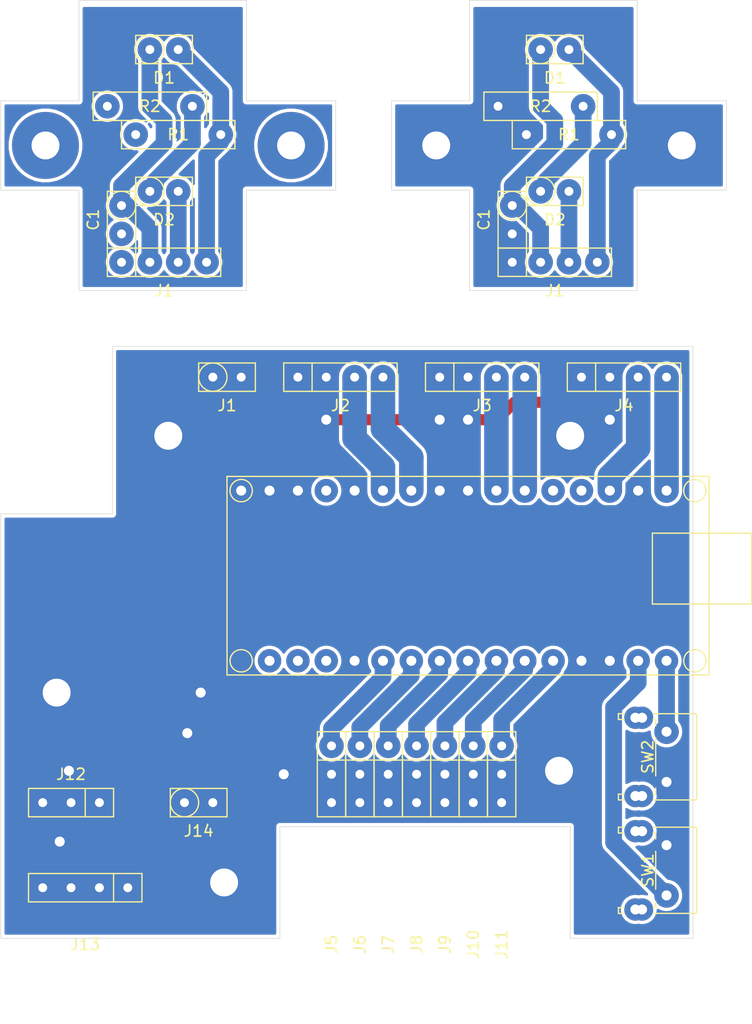
<source format=kicad_pcb>
(kicad_pcb (version 20171130) (host pcbnew "(5.1.6)-1")

  (general
    (thickness 1.6)
    (drawings 52)
    (tracks 186)
    (zones 0)
    (modules 29)
    (nets 27)
  )

  (page A4)
  (layers
    (0 F.Cu signal)
    (31 B.Cu signal)
    (32 B.Adhes user)
    (33 F.Adhes user)
    (34 B.Paste user)
    (35 F.Paste user)
    (36 B.SilkS user)
    (37 F.SilkS user)
    (38 B.Mask user)
    (39 F.Mask user)
    (40 Dwgs.User user)
    (41 Cmts.User user)
    (42 Eco1.User user)
    (43 Eco2.User user)
    (44 Edge.Cuts user)
    (45 Margin user)
    (46 B.CrtYd user)
    (47 F.CrtYd user)
    (48 B.Fab user)
    (49 F.Fab user)
  )

  (setup
    (last_trace_width 0.25)
    (user_trace_width 0.7)
    (user_trace_width 1)
    (user_trace_width 1.5)
    (user_trace_width 2.2)
    (user_trace_width 4)
    (user_trace_width 1)
    (user_trace_width 1.5)
    (user_trace_width 2)
    (user_trace_width 2.2)
    (user_trace_width 1)
    (user_trace_width 1.5)
    (user_trace_width 2)
    (user_trace_width 2.2)
    (user_trace_width 1)
    (user_trace_width 1.5)
    (user_trace_width 2)
    (user_trace_width 2.2)
    (trace_clearance 0.2)
    (zone_clearance 0.508)
    (zone_45_only no)
    (trace_min 0.2)
    (via_size 0.8)
    (via_drill 0.4)
    (via_min_size 0.4)
    (via_min_drill 0.3)
    (user_via 2.2 0.9)
    (user_via 5 2.5)
    (user_via 3 1)
    (user_via 6 2.5)
    (user_via 3 1)
    (user_via 6 2.5)
    (user_via 3 1)
    (user_via 6 2.5)
    (uvia_size 0.3)
    (uvia_drill 0.1)
    (uvias_allowed no)
    (uvia_min_size 0.2)
    (uvia_min_drill 0.1)
    (edge_width 0.05)
    (segment_width 0.2)
    (pcb_text_width 0.3)
    (pcb_text_size 1.5 1.5)
    (mod_edge_width 0.12)
    (mod_text_size 1 1)
    (mod_text_width 0.15)
    (pad_size 1.524 1.524)
    (pad_drill 0.762)
    (pad_to_mask_clearance 0.05)
    (aux_axis_origin 0 0)
    (visible_elements 7FFFFFFF)
    (pcbplotparams
      (layerselection 0x010fc_ffffffff)
      (usegerberextensions false)
      (usegerberattributes true)
      (usegerberadvancedattributes true)
      (creategerberjobfile true)
      (excludeedgelayer true)
      (linewidth 0.100000)
      (plotframeref false)
      (viasonmask false)
      (mode 1)
      (useauxorigin false)
      (hpglpennumber 1)
      (hpglpenspeed 20)
      (hpglpendiameter 15.000000)
      (psnegative false)
      (psa4output false)
      (plotreference true)
      (plotvalue true)
      (plotinvisibletext false)
      (padsonsilk false)
      (subtractmaskfromsilk false)
      (outputformat 1)
      (mirror false)
      (drillshape 1)
      (scaleselection 1)
      (outputdirectory ""))
  )

  (net 0 "")
  (net 1 GND)
  (net 2 L_IR)
  (net 3 L_SENS)
  (net 4 C_SENS)
  (net 5 C_IR)
  (net 6 R_IR)
  (net 7 R_SENS)
  (net 8 ARM)
  (net 9 LID)
  (net 10 WHEEL_1)
  (net 11 WHEEL_2)
  (net 12 WHEEL_3)
  (net 13 WHEEL_4)
  (net 14 FLAG)
  (net 15 BUT_1)
  (net 16 BUT_2)
  (net 17 "Net-(U1-Pad3)")
  (net 18 "Net-(U1-Pad28)")
  (net 19 "Net-(U1-Pad29)")
  (net 20 "Net-(U1-Pad30)")
  (net 21 "Net-(U1-Pad11)")
  (net 22 "Net-(U1-Pad12)")
  (net 23 "Net-(D2-Pad2)")
  (net 24 "Net-(D1-Pad2)")
  (net 25 "Net-(D2-Pad1)")
  (net 26 +5V)

  (net_class Default "This is the default net class."
    (clearance 0.2)
    (trace_width 0.25)
    (via_dia 0.8)
    (via_drill 0.4)
    (uvia_dia 0.3)
    (uvia_drill 0.1)
    (add_net +5V)
    (add_net ARM)
    (add_net BUT_1)
    (add_net BUT_2)
    (add_net C_IR)
    (add_net C_SENS)
    (add_net FLAG)
    (add_net GND)
    (add_net LID)
    (add_net L_IR)
    (add_net L_SENS)
    (add_net "Net-(D1-Pad2)")
    (add_net "Net-(D2-Pad1)")
    (add_net "Net-(D2-Pad2)")
    (add_net "Net-(U1-Pad11)")
    (add_net "Net-(U1-Pad12)")
    (add_net "Net-(U1-Pad28)")
    (add_net "Net-(U1-Pad29)")
    (add_net "Net-(U1-Pad3)")
    (add_net "Net-(U1-Pad30)")
    (add_net R_IR)
    (add_net R_SENS)
    (add_net WHEEL_1)
    (add_net WHEEL_2)
    (add_net WHEEL_3)
    (add_net WHEEL_4)
  )

  (module cnc3018-PCB:my2pin (layer F.Cu) (tedit 612D2549) (tstamp 632D723C)
    (at 13.35 -79.59)
    (path /6161B5B7)
    (fp_text reference D1 (at 1.27 2.54) (layer F.SilkS)
      (effects (font (size 1 1) (thickness 0.15)))
    )
    (fp_text value IR_Detect (at 1.27 -2.54) (layer F.Fab)
      (effects (font (size 1 1) (thickness 0.15)))
    )
    (fp_line (start 3.81 -1.27) (end 1.27 -1.27) (layer F.SilkS) (width 0.12))
    (fp_line (start 3.81 1.27) (end 3.81 -1.27) (layer F.SilkS) (width 0.12))
    (fp_line (start -1.27 1.27) (end 3.81 1.27) (layer F.SilkS) (width 0.12))
    (fp_circle (center 0 0) (end 0 -1.27) (layer F.SilkS) (width 0.12))
    (fp_line (start -1.27 -1.27) (end 1.27 -1.27) (layer F.SilkS) (width 0.12))
    (fp_line (start -1.27 -1.27) (end -1.27 1.27) (layer F.SilkS) (width 0.12))
    (pad 2 thru_hole circle (at 2.54 0) (size 2.2 2.2) (drill 0.8) (layers *.Cu *.Mask))
    (pad 1 thru_hole circle (at 0 0) (size 2.2 2.2) (drill 0.8) (layers *.Cu *.Mask))
  )

  (module cnc3018-PCB:my2pin (layer F.Cu) (tedit 612D2549) (tstamp 632D7231)
    (at 10.81 -65.62 270)
    (path /6167CA95)
    (fp_text reference C1 (at 1.27 2.54 90) (layer F.SilkS)
      (effects (font (size 1 1) (thickness 0.15)))
    )
    (fp_text value 100nf (at 1.27 -2.54 90) (layer F.Fab)
      (effects (font (size 1 1) (thickness 0.15)))
    )
    (fp_line (start -1.27 -1.27) (end -1.27 1.27) (layer F.SilkS) (width 0.12))
    (fp_line (start -1.27 -1.27) (end 1.27 -1.27) (layer F.SilkS) (width 0.12))
    (fp_circle (center 0 0) (end 0 -1.27) (layer F.SilkS) (width 0.12))
    (fp_line (start -1.27 1.27) (end 3.81 1.27) (layer F.SilkS) (width 0.12))
    (fp_line (start 3.81 1.27) (end 3.81 -1.27) (layer F.SilkS) (width 0.12))
    (fp_line (start 3.81 -1.27) (end 1.27 -1.27) (layer F.SilkS) (width 0.12))
    (pad 1 thru_hole circle (at 0 0 270) (size 2.2 2.2) (drill 0.8) (layers *.Cu *.Mask))
    (pad 2 thru_hole circle (at 2.54 0 270) (size 2.2 2.2) (drill 0.8) (layers *.Cu *.Mask))
  )

  (module cnc3018-PCB:my4pin (layer F.Cu) (tedit 612D2557) (tstamp 632D7224)
    (at 10.81 -60.54)
    (path /632B96FA)
    (fp_text reference J1 (at 3.81 2.54) (layer F.SilkS)
      (effects (font (size 1 1) (thickness 0.15)))
    )
    (fp_text value "G 5 L D" (at 3.81 -2.54) (layer F.Fab)
      (effects (font (size 1 1) (thickness 0.15)))
    )
    (fp_line (start -1.27 -1.27) (end -1.27 1.27) (layer F.SilkS) (width 0.12))
    (fp_line (start -1.27 -1.27) (end 1.27 -1.27) (layer F.SilkS) (width 0.12))
    (fp_line (start 1.27 -1.27) (end 1.27 1.27) (layer F.SilkS) (width 0.12))
    (fp_line (start -1.27 1.27) (end 8.89 1.27) (layer F.SilkS) (width 0.12))
    (fp_line (start 8.89 1.27) (end 8.89 -1.27) (layer F.SilkS) (width 0.12))
    (fp_line (start 8.89 -1.27) (end 1.27 -1.27) (layer F.SilkS) (width 0.12))
    (pad 1 thru_hole circle (at 0 0) (size 2.2 2.2) (drill 0.8) (layers *.Cu *.Mask))
    (pad 2 thru_hole circle (at 2.54 0) (size 2.2 2.2) (drill 0.8) (layers *.Cu *.Mask))
    (pad 3 thru_hole circle (at 5.08 0) (size 2.2 2.2) (drill 0.8) (layers *.Cu *.Mask))
    (pad 4 thru_hole circle (at 7.62 0) (size 2.2 2.2) (drill 0.8) (layers *.Cu *.Mask))
  )

  (module cnc3018-PCB:my2pin (layer F.Cu) (tedit 612D2549) (tstamp 632D7219)
    (at 13.35 -66.89)
    (path /6161AFC5)
    (fp_text reference D2 (at 1.27 2.54) (layer F.SilkS)
      (effects (font (size 1 1) (thickness 0.15)))
    )
    (fp_text value "IR Emit" (at 1.27 -2.54) (layer F.Fab)
      (effects (font (size 1 1) (thickness 0.15)))
    )
    (fp_line (start -1.27 -1.27) (end -1.27 1.27) (layer F.SilkS) (width 0.12))
    (fp_line (start -1.27 -1.27) (end 1.27 -1.27) (layer F.SilkS) (width 0.12))
    (fp_circle (center 0 0) (end 0 -1.27) (layer F.SilkS) (width 0.12))
    (fp_line (start -1.27 1.27) (end 3.81 1.27) (layer F.SilkS) (width 0.12))
    (fp_line (start 3.81 1.27) (end 3.81 -1.27) (layer F.SilkS) (width 0.12))
    (fp_line (start 3.81 -1.27) (end 1.27 -1.27) (layer F.SilkS) (width 0.12))
    (pad 1 thru_hole circle (at 0 0) (size 2.2 2.2) (drill 0.8) (layers *.Cu *.Mask))
    (pad 2 thru_hole circle (at 2.54 0) (size 2.2 2.2) (drill 0.8) (layers *.Cu *.Mask))
  )

  (module cnc3018-PCB:myResistor (layer F.Cu) (tedit 612D2591) (tstamp 632D7210)
    (at 17.16 -74.51 180)
    (path /6161C011)
    (fp_text reference R2 (at 3.81 0) (layer F.SilkS)
      (effects (font (size 1 1) (thickness 0.15)))
    )
    (fp_text value 100 (at 3.81 -2.54) (layer F.Fab)
      (effects (font (size 1 1) (thickness 0.15)))
    )
    (fp_line (start 8.89 -1.27) (end 8.89 1.27) (layer F.SilkS) (width 0.12))
    (fp_line (start 8.89 -1.27) (end -1.27 -1.27) (layer F.SilkS) (width 0.12))
    (fp_line (start -1.27 -1.27) (end -1.27 1.27) (layer F.SilkS) (width 0.12))
    (fp_line (start -1.27 1.27) (end 8.89 1.27) (layer F.SilkS) (width 0.12))
    (pad 2 thru_hole circle (at 7.62 0 180) (size 2.2 2.2) (drill 0.8) (layers *.Cu *.Mask))
    (pad 1 thru_hole circle (at 0 0 180) (size 2.2 2.2) (drill 0.8) (layers *.Cu *.Mask))
  )

  (module cnc3018-PCB:myResistor (layer F.Cu) (tedit 612D2591) (tstamp 632D7207)
    (at 12.08 -71.97)
    (path /6161C310)
    (fp_text reference R1 (at 3.81 0) (layer F.SilkS)
      (effects (font (size 1 1) (thickness 0.15)))
    )
    (fp_text value 10K (at 3.81 -2.54) (layer F.Fab)
      (effects (font (size 1 1) (thickness 0.15)))
    )
    (fp_line (start -1.27 1.27) (end 8.89 1.27) (layer F.SilkS) (width 0.12))
    (fp_line (start -1.27 -1.27) (end -1.27 1.27) (layer F.SilkS) (width 0.12))
    (fp_line (start 8.89 -1.27) (end -1.27 -1.27) (layer F.SilkS) (width 0.12))
    (fp_line (start 8.89 -1.27) (end 8.89 1.27) (layer F.SilkS) (width 0.12))
    (pad 1 thru_hole circle (at 0 0) (size 2.2 2.2) (drill 0.8) (layers *.Cu *.Mask))
    (pad 2 thru_hole circle (at 7.62 0) (size 2.2 2.2) (drill 0.8) (layers *.Cu *.Mask))
  )

  (module cnc3018-PCB:ARDUINO_NANO (layer F.Cu) (tedit 632B1A8B) (tstamp 632BB445)
    (at 41.85 -32.47)
    (path /632B0DEA)
    (fp_text reference U1 (at -8.89 0) (layer F.SilkS) hide
      (effects (font (size 1 1) (thickness 0.15)))
    )
    (fp_text value ARDUINO_NANO (at 0 0) (layer F.Fab)
      (effects (font (size 1 1) (thickness 0.15)))
    )
    (fp_line (start -21.59 -8.89) (end 21.59 -8.89) (layer F.SilkS) (width 0.12))
    (fp_line (start 21.59 -8.89) (end 21.59 8.89) (layer F.SilkS) (width 0.12))
    (fp_line (start 21.59 8.89) (end -21.59 8.89) (layer F.SilkS) (width 0.12))
    (fp_line (start -21.59 8.89) (end -21.59 -8.89) (layer F.SilkS) (width 0.12))
    (fp_circle (center -20.32 -7.62) (end -19.32 -7.62) (layer F.SilkS) (width 0.12))
    (fp_circle (center -20.32 7.62) (end -19.32 7.62) (layer F.SilkS) (width 0.12))
    (fp_circle (center 20.32 7.62) (end 21.32 7.62) (layer F.SilkS) (width 0.12))
    (fp_circle (center 20.32 -7.62) (end 21.32 -7.62) (layer F.SilkS) (width 0.12))
    (fp_line (start 16.51 -3.81) (end 16.51 2.54) (layer F.SilkS) (width 0.12))
    (fp_line (start 16.51 2.54) (end 25.4 2.54) (layer F.SilkS) (width 0.12))
    (fp_line (start 25.4 2.54) (end 25.4 -3.81) (layer F.SilkS) (width 0.12))
    (fp_line (start 25.4 -3.81) (end 16.51 -3.81) (layer F.SilkS) (width 0.12))
    (pad 1 thru_hole circle (at -17.78 -7.62) (size 2.1 2.1) (drill 0.9) (layers *.Cu *.Mask)
      (net 1 GND))
    (pad 2 thru_hole circle (at -15.24 -7.62) (size 2.1 2.1) (drill 0.9) (layers *.Cu *.Mask)
      (net 1 GND))
    (pad 3 thru_hole circle (at -12.7 -7.62) (size 2.1 2.1) (drill 0.9) (layers *.Cu *.Mask)
      (net 17 "Net-(U1-Pad3)"))
    (pad 4 thru_hole circle (at -10.16 -7.62) (size 2.1 2.1) (drill 0.9) (layers *.Cu *.Mask)
      (net 1 GND))
    (pad 5 thru_hole circle (at -7.62 -7.62) (size 2.1 2.1) (drill 0.9) (layers *.Cu *.Mask)
      (net 3 L_SENS))
    (pad 6 thru_hole circle (at -5.08 -7.62) (size 2.1 2.1) (drill 0.9) (layers *.Cu *.Mask)
      (net 2 L_IR))
    (pad 7 thru_hole circle (at -2.54 -7.62) (size 2.1 2.1) (drill 0.9) (layers *.Cu *.Mask)
      (net 1 GND))
    (pad 8 thru_hole circle (at 0 -7.62) (size 2.1 2.1) (drill 0.9) (layers *.Cu *.Mask)
      (net 1 GND))
    (pad 9 thru_hole circle (at 2.54 -7.62) (size 2.1 2.1) (drill 0.9) (layers *.Cu *.Mask)
      (net 4 C_SENS))
    (pad 10 thru_hole circle (at 5.08 -7.62) (size 2.1 2.1) (drill 0.9) (layers *.Cu *.Mask)
      (net 5 C_IR))
    (pad 11 thru_hole circle (at 7.62 -7.62) (size 2.1 2.1) (drill 0.9) (layers *.Cu *.Mask)
      (net 21 "Net-(U1-Pad11)"))
    (pad 12 thru_hole circle (at 10.16 -7.62) (size 2.1 2.1) (drill 0.9) (layers *.Cu *.Mask)
      (net 22 "Net-(U1-Pad12)"))
    (pad 13 thru_hole circle (at 12.7 -7.62) (size 2.1 2.1) (drill 0.9) (layers *.Cu *.Mask)
      (net 7 R_SENS))
    (pad 14 thru_hole circle (at 15.24 -7.62) (size 2.1 2.1) (drill 0.9) (layers *.Cu *.Mask)
      (net 1 GND))
    (pad 15 thru_hole circle (at 17.78 -7.62) (size 2.1 2.1) (drill 0.9) (layers *.Cu *.Mask)
      (net 6 R_IR))
    (pad 16 thru_hole circle (at 17.78 7.62) (size 2.1 2.1) (drill 0.9) (layers *.Cu *.Mask)
      (net 16 BUT_2))
    (pad 17 thru_hole circle (at 15.24 7.62) (size 2.1 2.1) (drill 0.9) (layers *.Cu *.Mask)
      (net 15 BUT_1))
    (pad 18 thru_hole circle (at 12.7 7.62) (size 2.1 2.1) (drill 0.9) (layers *.Cu *.Mask)
      (net 1 GND))
    (pad 19 thru_hole circle (at 10.16 7.62) (size 2.1 2.1) (drill 0.9) (layers *.Cu *.Mask)
      (net 1 GND))
    (pad 20 thru_hole circle (at 7.62 7.62) (size 2.1 2.1) (drill 0.9) (layers *.Cu *.Mask)
      (net 14 FLAG))
    (pad 21 thru_hole circle (at 5.08 7.62) (size 2.1 2.1) (drill 0.9) (layers *.Cu *.Mask)
      (net 13 WHEEL_4))
    (pad 22 thru_hole circle (at 2.54 7.62) (size 2.1 2.1) (drill 0.9) (layers *.Cu *.Mask)
      (net 12 WHEEL_3))
    (pad 23 thru_hole circle (at 0 7.62) (size 2.1 2.1) (drill 0.9) (layers *.Cu *.Mask)
      (net 11 WHEEL_2))
    (pad 24 thru_hole circle (at -2.54 7.62) (size 2.1 2.1) (drill 0.9) (layers *.Cu *.Mask)
      (net 10 WHEEL_1))
    (pad 25 thru_hole circle (at -5.08 7.62) (size 2.1 2.1) (drill 0.9) (layers *.Cu *.Mask)
      (net 9 LID))
    (pad 26 thru_hole circle (at -7.62 7.62) (size 2.1 2.1) (drill 0.9) (layers *.Cu *.Mask)
      (net 8 ARM))
    (pad 27 thru_hole circle (at -10.16 7.62) (size 2.1 2.1) (drill 0.9) (layers *.Cu *.Mask)
      (net 1 GND))
    (pad 28 thru_hole circle (at -12.7 7.62) (size 2.1 2.1) (drill 0.9) (layers *.Cu *.Mask)
      (net 18 "Net-(U1-Pad28)"))
    (pad 29 thru_hole circle (at -15.24 7.62) (size 2.1 2.1) (drill 0.9) (layers *.Cu *.Mask)
      (net 19 "Net-(U1-Pad29)"))
    (pad 30 thru_hole circle (at -17.78 7.62) (size 2.1 2.1) (drill 0.9) (layers *.Cu *.Mask)
      (net 20 "Net-(U1-Pad30)"))
  )

  (module cnc3018-PCB:my3pin (layer F.Cu) (tedit 612C3136) (tstamp 632BB4AF)
    (at 29.62 -14.69 270)
    (path /632CB83D)
    (fp_text reference J5 (at 15.24 0 90) (layer F.SilkS)
      (effects (font (size 1 1) (thickness 0.15)))
    )
    (fp_text value ARM (at 7.62 0 90) (layer F.Fab)
      (effects (font (size 1 1) (thickness 0.15)))
    )
    (fp_line (start -1.27 -1.27) (end 3.81 -1.27) (layer F.SilkS) (width 0.12))
    (fp_line (start -3.81 1.27) (end 3.81 1.27) (layer F.SilkS) (width 0.12))
    (fp_line (start 3.81 1.27) (end 3.81 -1.27) (layer F.SilkS) (width 0.12))
    (fp_line (start -1.27 -1.27) (end -1.27 1.27) (layer F.SilkS) (width 0.12))
    (fp_line (start -3.81 -1.27) (end -1.27 -1.27) (layer F.SilkS) (width 0.12))
    (fp_line (start -3.81 -1.27) (end -3.81 1.27) (layer F.SilkS) (width 0.12))
    (pad 3 thru_hole circle (at 2.54 0 270) (size 2.2 2.2) (drill 0.8) (layers *.Cu *.Mask)
      (net 1 GND))
    (pad 2 thru_hole circle (at 0 0 270) (size 2.2 2.2) (drill 0.8) (layers *.Cu *.Mask)
      (net 1 GND))
    (pad 1 thru_hole circle (at -2.54 0 270) (size 2.2 2.2) (drill 0.8) (layers *.Cu *.Mask)
      (net 8 ARM))
  )

  (module cnc3018-PCB:my4pin (layer F.Cu) (tedit 612D2557) (tstamp 632BB4A2)
    (at 26.61 -50.25)
    (path /632F7A69)
    (fp_text reference J2 (at 3.81 2.54) (layer F.SilkS)
      (effects (font (size 1 1) (thickness 0.15)))
    )
    (fp_text value LEFT (at 3.81 -2.54) (layer F.Fab)
      (effects (font (size 1 1) (thickness 0.15)))
    )
    (fp_line (start -1.27 -1.27) (end -1.27 1.27) (layer F.SilkS) (width 0.12))
    (fp_line (start -1.27 -1.27) (end 1.27 -1.27) (layer F.SilkS) (width 0.12))
    (fp_line (start 1.27 -1.27) (end 1.27 1.27) (layer F.SilkS) (width 0.12))
    (fp_line (start -1.27 1.27) (end 8.89 1.27) (layer F.SilkS) (width 0.12))
    (fp_line (start 8.89 1.27) (end 8.89 -1.27) (layer F.SilkS) (width 0.12))
    (fp_line (start 8.89 -1.27) (end 1.27 -1.27) (layer F.SilkS) (width 0.12))
    (pad 4 thru_hole circle (at 7.62 0) (size 2.2 2.2) (drill 0.8) (layers *.Cu *.Mask)
      (net 2 L_IR))
    (pad 3 thru_hole circle (at 5.08 0) (size 2.2 2.2) (drill 0.8) (layers *.Cu *.Mask)
      (net 3 L_SENS))
    (pad 2 thru_hole circle (at 2.54 0) (size 2.2 2.2) (drill 0.8) (layers *.Cu *.Mask)
      (net 1 GND))
    (pad 1 thru_hole circle (at 0 0) (size 2.2 2.2) (drill 0.8) (layers *.Cu *.Mask)
      (net 1 GND))
  )

  (module cnc3018-PCB:my2pin (layer F.Cu) (tedit 612D2549) (tstamp 632BB497)
    (at 16.45 -12.15)
    (path /63387135)
    (fp_text reference J14 (at 1.27 2.54) (layer F.SilkS)
      (effects (font (size 1 1) (thickness 0.15)))
    )
    (fp_text value SWITCH (at 1.27 -2.54) (layer F.Fab)
      (effects (font (size 1 1) (thickness 0.15)))
    )
    (fp_line (start 3.81 -1.27) (end 1.27 -1.27) (layer F.SilkS) (width 0.12))
    (fp_line (start 3.81 1.27) (end 3.81 -1.27) (layer F.SilkS) (width 0.12))
    (fp_line (start -1.27 1.27) (end 3.81 1.27) (layer F.SilkS) (width 0.12))
    (fp_circle (center 0 0) (end 0 -1.27) (layer F.SilkS) (width 0.12))
    (fp_line (start -1.27 -1.27) (end 1.27 -1.27) (layer F.SilkS) (width 0.12))
    (fp_line (start -1.27 -1.27) (end -1.27 1.27) (layer F.SilkS) (width 0.12))
    (pad 1 thru_hole circle (at 0 0) (size 2.2 2.2) (drill 0.8) (layers *.Cu *.Mask)
      (net 1 GND))
    (pad 2 thru_hole circle (at 2.54 0) (size 2.2 2.2) (drill 0.8) (layers *.Cu *.Mask)
      (net 1 GND))
  )

  (module cnc3018-PCB:my4pin (layer F.Cu) (tedit 612D2557) (tstamp 632BB48A)
    (at 11.37 -4.53 180)
    (path /6332FD8A)
    (fp_text reference J13 (at 3.81 -5.08) (layer F.SilkS)
      (effects (font (size 1 1) (thickness 0.15)))
    )
    (fp_text value COMPASS (at 3.81 -2.54) (layer F.Fab)
      (effects (font (size 1 1) (thickness 0.15)))
    )
    (fp_line (start 8.89 -1.27) (end 1.27 -1.27) (layer F.SilkS) (width 0.12))
    (fp_line (start 8.89 1.27) (end 8.89 -1.27) (layer F.SilkS) (width 0.12))
    (fp_line (start -1.27 1.27) (end 8.89 1.27) (layer F.SilkS) (width 0.12))
    (fp_line (start 1.27 -1.27) (end 1.27 1.27) (layer F.SilkS) (width 0.12))
    (fp_line (start -1.27 -1.27) (end 1.27 -1.27) (layer F.SilkS) (width 0.12))
    (fp_line (start -1.27 -1.27) (end -1.27 1.27) (layer F.SilkS) (width 0.12))
    (pad 1 thru_hole circle (at 0 0 180) (size 2.2 2.2) (drill 0.8) (layers *.Cu *.Mask)
      (net 1 GND))
    (pad 2 thru_hole circle (at 2.54 0 180) (size 2.2 2.2) (drill 0.8) (layers *.Cu *.Mask)
      (net 1 GND))
    (pad 3 thru_hole circle (at 5.08 0 180) (size 2.2 2.2) (drill 0.8) (layers *.Cu *.Mask)
      (net 1 GND))
    (pad 4 thru_hole circle (at 7.62 0 180) (size 2.2 2.2) (drill 0.8) (layers *.Cu *.Mask)
      (net 1 GND))
  )

  (module cnc3018-PCB:my3pin (layer F.Cu) (tedit 612C3136) (tstamp 632BB47E)
    (at 6.29 -12.15 180)
    (path /63327EF8)
    (fp_text reference J12 (at 0 2.54) (layer F.SilkS)
      (effects (font (size 1 1) (thickness 0.15)))
    )
    (fp_text value LED (at 0 -2.54) (layer F.Fab)
      (effects (font (size 1 1) (thickness 0.15)))
    )
    (fp_line (start -1.27 -1.27) (end 3.81 -1.27) (layer F.SilkS) (width 0.12))
    (fp_line (start -3.81 1.27) (end 3.81 1.27) (layer F.SilkS) (width 0.12))
    (fp_line (start 3.81 1.27) (end 3.81 -1.27) (layer F.SilkS) (width 0.12))
    (fp_line (start -1.27 -1.27) (end -1.27 1.27) (layer F.SilkS) (width 0.12))
    (fp_line (start -3.81 -1.27) (end -1.27 -1.27) (layer F.SilkS) (width 0.12))
    (fp_line (start -3.81 -1.27) (end -3.81 1.27) (layer F.SilkS) (width 0.12))
    (pad 3 thru_hole circle (at 2.54 0 180) (size 2.2 2.2) (drill 0.8) (layers *.Cu *.Mask)
      (net 1 GND))
    (pad 2 thru_hole circle (at 0 0 180) (size 2.2 2.2) (drill 0.8) (layers *.Cu *.Mask)
      (net 1 GND))
    (pad 1 thru_hole circle (at -2.54 0 180) (size 2.2 2.2) (drill 0.8) (layers *.Cu *.Mask)
      (net 1 GND))
  )

  (module cnc3018-PCB:my3pin (layer F.Cu) (tedit 612C3136) (tstamp 632BB472)
    (at 39.78 -14.69 270)
    (path /632DD10C)
    (fp_text reference J9 (at 15.24 0 90) (layer F.SilkS)
      (effects (font (size 1 1) (thickness 0.15)))
    )
    (fp_text value WHEEL_3 (at 7.62 0 90) (layer F.Fab)
      (effects (font (size 1 1) (thickness 0.15)))
    )
    (fp_line (start -1.27 -1.27) (end 3.81 -1.27) (layer F.SilkS) (width 0.12))
    (fp_line (start -3.81 1.27) (end 3.81 1.27) (layer F.SilkS) (width 0.12))
    (fp_line (start 3.81 1.27) (end 3.81 -1.27) (layer F.SilkS) (width 0.12))
    (fp_line (start -1.27 -1.27) (end -1.27 1.27) (layer F.SilkS) (width 0.12))
    (fp_line (start -3.81 -1.27) (end -1.27 -1.27) (layer F.SilkS) (width 0.12))
    (fp_line (start -3.81 -1.27) (end -3.81 1.27) (layer F.SilkS) (width 0.12))
    (pad 3 thru_hole circle (at 2.54 0 270) (size 2.2 2.2) (drill 0.8) (layers *.Cu *.Mask)
      (net 1 GND))
    (pad 2 thru_hole circle (at 0 0 270) (size 2.2 2.2) (drill 0.8) (layers *.Cu *.Mask)
      (net 1 GND))
    (pad 1 thru_hole circle (at -2.54 0 270) (size 2.2 2.2) (drill 0.8) (layers *.Cu *.Mask)
      (net 12 WHEEL_3))
  )

  (module cnc3018-PCB:my2pin (layer F.Cu) (tedit 612D2549) (tstamp 632BB43A)
    (at 18.99 -50.25)
    (path /632C97C1)
    (fp_text reference J1 (at 1.27 2.54) (layer F.SilkS)
      (effects (font (size 1 1) (thickness 0.15)))
    )
    (fp_text value VIN (at 1.27 -2.54) (layer F.Fab)
      (effects (font (size 1 1) (thickness 0.15)))
    )
    (fp_line (start 3.81 -1.27) (end 1.27 -1.27) (layer F.SilkS) (width 0.12))
    (fp_line (start 3.81 1.27) (end 3.81 -1.27) (layer F.SilkS) (width 0.12))
    (fp_line (start -1.27 1.27) (end 3.81 1.27) (layer F.SilkS) (width 0.12))
    (fp_circle (center 0 0) (end 0 -1.27) (layer F.SilkS) (width 0.12))
    (fp_line (start -1.27 -1.27) (end 1.27 -1.27) (layer F.SilkS) (width 0.12))
    (fp_line (start -1.27 -1.27) (end -1.27 1.27) (layer F.SilkS) (width 0.12))
    (pad 1 thru_hole circle (at 0 0) (size 2.2 2.2) (drill 0.8) (layers *.Cu *.Mask)
      (net 1 GND))
    (pad 2 thru_hole circle (at 2.54 0) (size 2.2 2.2) (drill 0.8) (layers *.Cu *.Mask)
      (net 1 GND))
  )

  (module cnc3018-PCB:right_angle_button (layer F.Cu) (tedit 632B1A1C) (tstamp 632BB413)
    (at 59.63 -8.34 270)
    (descr "tactile switch SPST right angle, PTS645VL83-2 LFS")
    (tags "tactile switch SPST angled PTS645VL83-2 LFS C&K Button")
    (path /6333D989)
    (fp_text reference SW1 (at 2.25 1.68 90) (layer F.SilkS)
      (effects (font (size 1 1) (thickness 0.15)))
    )
    (fp_text value BUTTON_1 (at 2.25 5.38988 90) (layer F.Fab)
      (effects (font (size 1 1) (thickness 0.15)))
    )
    (fp_line (start 0.5 -7) (end 0.5 -2.59) (layer F.Fab) (width 0.1))
    (fp_line (start 4 -7) (end 4 -2.59) (layer F.Fab) (width 0.1))
    (fp_line (start 0.5 -7) (end 4 -7) (layer F.Fab) (width 0.1))
    (fp_line (start -1.09 0.97) (end -1.09 1.2) (layer F.SilkS) (width 0.12))
    (fp_line (start 5.7 4.2) (end 5.7 0.86) (layer F.Fab) (width 0.1))
    (fp_line (start -1.5 4.2) (end -1.2 4.2) (layer F.Fab) (width 0.1))
    (fp_line (start -1.2 0.86) (end 5.7 0.86) (layer F.Fab) (width 0.1))
    (fp_line (start 6 4.2) (end 6 -2.59) (layer F.Fab) (width 0.1))
    (fp_line (start -2.5 -2.8) (end 7.05 -2.8) (layer F.CrtYd) (width 0.05))
    (fp_line (start 7.05 -2.8) (end 7.05 4.45) (layer F.CrtYd) (width 0.05))
    (fp_line (start 7.05 4.45) (end -2.5 4.45) (layer F.CrtYd) (width 0.05))
    (fp_line (start -2.5 4.45) (end -2.5 -2.8) (layer F.CrtYd) (width 0.05))
    (fp_line (start -1.61 -2.7) (end 6.11 -2.7) (layer F.SilkS) (width 0.12))
    (fp_line (start 6.11 -2.7) (end 6.11 1.2) (layer F.SilkS) (width 0.12))
    (fp_line (start -1.61 4.31) (end -1.09 4.31) (layer F.SilkS) (width 0.12))
    (fp_line (start -1.61 -2.7) (end -1.61 1.2) (layer F.SilkS) (width 0.12))
    (fp_line (start -1.5 -2.59) (end 6 -2.59) (layer F.Fab) (width 0.1))
    (fp_line (start -1.5 4.2) (end -1.5 -2.59) (layer F.Fab) (width 0.1))
    (fp_line (start 5.7 4.2) (end 6 4.2) (layer F.Fab) (width 0.1))
    (fp_line (start -1.2 4.2) (end -1.2 0.86) (layer F.Fab) (width 0.1))
    (fp_line (start 5.59 0.97) (end 5.59 1.2) (layer F.SilkS) (width 0.12))
    (fp_line (start -1.09 3.8) (end -1.09 4.31) (layer F.SilkS) (width 0.12))
    (fp_line (start -1.61 3.8) (end -1.61 4.31) (layer F.SilkS) (width 0.12))
    (fp_line (start 5.05 0.97) (end 5.59 0.97) (layer F.SilkS) (width 0.12))
    (fp_line (start 5.59 3.8) (end 5.59 4.31) (layer F.SilkS) (width 0.12))
    (fp_line (start 5.59 4.31) (end 6.11 4.31) (layer F.SilkS) (width 0.12))
    (fp_line (start 6.11 3.8) (end 6.11 4.31) (layer F.SilkS) (width 0.12))
    (fp_line (start -1.09 0.97) (end -0.55 0.97) (layer F.SilkS) (width 0.12))
    (fp_line (start 0.55 0.97) (end 3.95 0.97) (layer F.SilkS) (width 0.12))
    (fp_text user %R (at 2.25 1.68 90) (layer F.Fab)
      (effects (font (size 1 1) (thickness 0.15)))
    )
    (pad "" thru_hole circle (at 5.76 2.19 270) (size 2 2) (drill 0.9) (layers *.Cu *.Mask))
    (pad 2 thru_hole circle (at 4.5 0 270) (size 2.2 2.2) (drill 0.9) (layers *.Cu *.Mask)
      (net 15 BUT_1))
    (pad 1 thru_hole circle (at 0 0 270) (size 2.2 2.2) (drill 0.9) (layers *.Cu *.Mask)
      (net 1 GND))
    (pad "" thru_hole circle (at -1.25 2.19 270) (size 2 2) (drill 0.9) (layers *.Cu *.Mask))
    (pad "" thru_hole circle (at 5.76 2.79 270) (size 2 2) (drill 0.9) (layers *.Cu *.Mask))
    (pad "" thru_hole circle (at -1.25 2.79 270) (size 2 2) (drill 0.9) (layers *.Cu *.Mask))
    (model ${KISYS3DMOD}/Button_Switch_THT.3dshapes/SW_Tactile_SPST_Angled_PTS645Vx83-2LFS.wrl
      (at (xyz 0 0 0))
      (scale (xyz 1 1 1))
      (rotate (xyz 0 0 0))
    )
  )

  (module cnc3018-PCB:my3pin (layer F.Cu) (tedit 612C3136) (tstamp 632BB407)
    (at 42.32 -14.69 270)
    (path /632DDF40)
    (fp_text reference J10 (at 15.24 0 90) (layer F.SilkS)
      (effects (font (size 1 1) (thickness 0.15)))
    )
    (fp_text value WHEEL_4 (at 7.62 0 90) (layer F.Fab)
      (effects (font (size 1 1) (thickness 0.15)))
    )
    (fp_line (start -3.81 -1.27) (end -3.81 1.27) (layer F.SilkS) (width 0.12))
    (fp_line (start -3.81 -1.27) (end -1.27 -1.27) (layer F.SilkS) (width 0.12))
    (fp_line (start -1.27 -1.27) (end -1.27 1.27) (layer F.SilkS) (width 0.12))
    (fp_line (start 3.81 1.27) (end 3.81 -1.27) (layer F.SilkS) (width 0.12))
    (fp_line (start -3.81 1.27) (end 3.81 1.27) (layer F.SilkS) (width 0.12))
    (fp_line (start -1.27 -1.27) (end 3.81 -1.27) (layer F.SilkS) (width 0.12))
    (pad 1 thru_hole circle (at -2.54 0 270) (size 2.2 2.2) (drill 0.8) (layers *.Cu *.Mask)
      (net 13 WHEEL_4))
    (pad 2 thru_hole circle (at 0 0 270) (size 2.2 2.2) (drill 0.8) (layers *.Cu *.Mask)
      (net 1 GND))
    (pad 3 thru_hole circle (at 2.54 0 270) (size 2.2 2.2) (drill 0.8) (layers *.Cu *.Mask)
      (net 1 GND))
  )

  (module cnc3018-PCB:right_angle_button (layer F.Cu) (tedit 632B1A1C) (tstamp 632BB3E0)
    (at 59.63 -18.5 270)
    (descr "tactile switch SPST right angle, PTS645VL83-2 LFS")
    (tags "tactile switch SPST angled PTS645VL83-2 LFS C&K Button")
    (path /6333F07E)
    (fp_text reference SW2 (at 2.25 1.68 90) (layer F.SilkS)
      (effects (font (size 1 1) (thickness 0.15)))
    )
    (fp_text value BUTTON_2 (at 2.25 5.38988 90) (layer F.Fab)
      (effects (font (size 1 1) (thickness 0.15)))
    )
    (fp_line (start 0.55 0.97) (end 3.95 0.97) (layer F.SilkS) (width 0.12))
    (fp_line (start -1.09 0.97) (end -0.55 0.97) (layer F.SilkS) (width 0.12))
    (fp_line (start 6.11 3.8) (end 6.11 4.31) (layer F.SilkS) (width 0.12))
    (fp_line (start 5.59 4.31) (end 6.11 4.31) (layer F.SilkS) (width 0.12))
    (fp_line (start 5.59 3.8) (end 5.59 4.31) (layer F.SilkS) (width 0.12))
    (fp_line (start 5.05 0.97) (end 5.59 0.97) (layer F.SilkS) (width 0.12))
    (fp_line (start -1.61 3.8) (end -1.61 4.31) (layer F.SilkS) (width 0.12))
    (fp_line (start -1.09 3.8) (end -1.09 4.31) (layer F.SilkS) (width 0.12))
    (fp_line (start 5.59 0.97) (end 5.59 1.2) (layer F.SilkS) (width 0.12))
    (fp_line (start -1.2 4.2) (end -1.2 0.86) (layer F.Fab) (width 0.1))
    (fp_line (start 5.7 4.2) (end 6 4.2) (layer F.Fab) (width 0.1))
    (fp_line (start -1.5 4.2) (end -1.5 -2.59) (layer F.Fab) (width 0.1))
    (fp_line (start -1.5 -2.59) (end 6 -2.59) (layer F.Fab) (width 0.1))
    (fp_line (start -1.61 -2.7) (end -1.61 1.2) (layer F.SilkS) (width 0.12))
    (fp_line (start -1.61 4.31) (end -1.09 4.31) (layer F.SilkS) (width 0.12))
    (fp_line (start 6.11 -2.7) (end 6.11 1.2) (layer F.SilkS) (width 0.12))
    (fp_line (start -1.61 -2.7) (end 6.11 -2.7) (layer F.SilkS) (width 0.12))
    (fp_line (start -2.5 4.45) (end -2.5 -2.8) (layer F.CrtYd) (width 0.05))
    (fp_line (start 7.05 4.45) (end -2.5 4.45) (layer F.CrtYd) (width 0.05))
    (fp_line (start 7.05 -2.8) (end 7.05 4.45) (layer F.CrtYd) (width 0.05))
    (fp_line (start -2.5 -2.8) (end 7.05 -2.8) (layer F.CrtYd) (width 0.05))
    (fp_line (start 6 4.2) (end 6 -2.59) (layer F.Fab) (width 0.1))
    (fp_line (start -1.2 0.86) (end 5.7 0.86) (layer F.Fab) (width 0.1))
    (fp_line (start -1.5 4.2) (end -1.2 4.2) (layer F.Fab) (width 0.1))
    (fp_line (start 5.7 4.2) (end 5.7 0.86) (layer F.Fab) (width 0.1))
    (fp_line (start -1.09 0.97) (end -1.09 1.2) (layer F.SilkS) (width 0.12))
    (fp_line (start 0.5 -7) (end 4 -7) (layer F.Fab) (width 0.1))
    (fp_line (start 4 -7) (end 4 -2.59) (layer F.Fab) (width 0.1))
    (fp_line (start 0.5 -7) (end 0.5 -2.59) (layer F.Fab) (width 0.1))
    (fp_text user %R (at 2.25 1.68 90) (layer F.Fab)
      (effects (font (size 1 1) (thickness 0.15)))
    )
    (pad "" thru_hole circle (at -1.25 2.79 270) (size 2 2) (drill 0.9) (layers *.Cu *.Mask))
    (pad "" thru_hole circle (at 5.76 2.79 270) (size 2 2) (drill 0.9) (layers *.Cu *.Mask))
    (pad "" thru_hole circle (at -1.25 2.19 270) (size 2 2) (drill 0.9) (layers *.Cu *.Mask))
    (pad 1 thru_hole circle (at 0 0 270) (size 2.2 2.2) (drill 0.9) (layers *.Cu *.Mask)
      (net 16 BUT_2))
    (pad 2 thru_hole circle (at 4.5 0 270) (size 2.2 2.2) (drill 0.9) (layers *.Cu *.Mask)
      (net 1 GND))
    (pad "" thru_hole circle (at 5.76 2.19 270) (size 2 2) (drill 0.9) (layers *.Cu *.Mask))
    (model ${KISYS3DMOD}/Button_Switch_THT.3dshapes/SW_Tactile_SPST_Angled_PTS645Vx83-2LFS.wrl
      (at (xyz 0 0 0))
      (scale (xyz 1 1 1))
      (rotate (xyz 0 0 0))
    )
  )

  (module cnc3018-PCB:my3pin (layer F.Cu) (tedit 612C3136) (tstamp 632BB3D4)
    (at 37.24 -14.69 270)
    (path /632DCC73)
    (fp_text reference J8 (at 15.24 0 90) (layer F.SilkS)
      (effects (font (size 1 1) (thickness 0.15)))
    )
    (fp_text value WHEEL_2 (at 7.62 0 90) (layer F.Fab)
      (effects (font (size 1 1) (thickness 0.15)))
    )
    (fp_line (start -3.81 -1.27) (end -3.81 1.27) (layer F.SilkS) (width 0.12))
    (fp_line (start -3.81 -1.27) (end -1.27 -1.27) (layer F.SilkS) (width 0.12))
    (fp_line (start -1.27 -1.27) (end -1.27 1.27) (layer F.SilkS) (width 0.12))
    (fp_line (start 3.81 1.27) (end 3.81 -1.27) (layer F.SilkS) (width 0.12))
    (fp_line (start -3.81 1.27) (end 3.81 1.27) (layer F.SilkS) (width 0.12))
    (fp_line (start -1.27 -1.27) (end 3.81 -1.27) (layer F.SilkS) (width 0.12))
    (pad 1 thru_hole circle (at -2.54 0 270) (size 2.2 2.2) (drill 0.8) (layers *.Cu *.Mask)
      (net 11 WHEEL_2))
    (pad 2 thru_hole circle (at 0 0 270) (size 2.2 2.2) (drill 0.8) (layers *.Cu *.Mask)
      (net 1 GND))
    (pad 3 thru_hole circle (at 2.54 0 270) (size 2.2 2.2) (drill 0.8) (layers *.Cu *.Mask)
      (net 1 GND))
  )

  (module cnc3018-PCB:my3pin (layer F.Cu) (tedit 612C3136) (tstamp 632BB3C8)
    (at 32.16 -14.69 270)
    (path /632D7059)
    (fp_text reference J6 (at 15.24 0 90) (layer F.SilkS)
      (effects (font (size 1 1) (thickness 0.15)))
    )
    (fp_text value LID (at 7.62 0 90) (layer F.Fab)
      (effects (font (size 1 1) (thickness 0.15)))
    )
    (fp_line (start -3.81 -1.27) (end -3.81 1.27) (layer F.SilkS) (width 0.12))
    (fp_line (start -3.81 -1.27) (end -1.27 -1.27) (layer F.SilkS) (width 0.12))
    (fp_line (start -1.27 -1.27) (end -1.27 1.27) (layer F.SilkS) (width 0.12))
    (fp_line (start 3.81 1.27) (end 3.81 -1.27) (layer F.SilkS) (width 0.12))
    (fp_line (start -3.81 1.27) (end 3.81 1.27) (layer F.SilkS) (width 0.12))
    (fp_line (start -1.27 -1.27) (end 3.81 -1.27) (layer F.SilkS) (width 0.12))
    (pad 1 thru_hole circle (at -2.54 0 270) (size 2.2 2.2) (drill 0.8) (layers *.Cu *.Mask)
      (net 9 LID))
    (pad 2 thru_hole circle (at 0 0 270) (size 2.2 2.2) (drill 0.8) (layers *.Cu *.Mask)
      (net 1 GND))
    (pad 3 thru_hole circle (at 2.54 0 270) (size 2.2 2.2) (drill 0.8) (layers *.Cu *.Mask)
      (net 1 GND))
  )

  (module cnc3018-PCB:my4pin (layer F.Cu) (tedit 612D2557) (tstamp 632BB3BB)
    (at 39.31 -50.25)
    (path /632FFE72)
    (fp_text reference J3 (at 3.81 2.54) (layer F.SilkS)
      (effects (font (size 1 1) (thickness 0.15)))
    )
    (fp_text value CENTER (at 3.81 -2.54) (layer F.Fab)
      (effects (font (size 1 1) (thickness 0.15)))
    )
    (fp_line (start 8.89 -1.27) (end 1.27 -1.27) (layer F.SilkS) (width 0.12))
    (fp_line (start 8.89 1.27) (end 8.89 -1.27) (layer F.SilkS) (width 0.12))
    (fp_line (start -1.27 1.27) (end 8.89 1.27) (layer F.SilkS) (width 0.12))
    (fp_line (start 1.27 -1.27) (end 1.27 1.27) (layer F.SilkS) (width 0.12))
    (fp_line (start -1.27 -1.27) (end 1.27 -1.27) (layer F.SilkS) (width 0.12))
    (fp_line (start -1.27 -1.27) (end -1.27 1.27) (layer F.SilkS) (width 0.12))
    (pad 1 thru_hole circle (at 0 0) (size 2.2 2.2) (drill 0.8) (layers *.Cu *.Mask)
      (net 1 GND))
    (pad 2 thru_hole circle (at 2.54 0) (size 2.2 2.2) (drill 0.8) (layers *.Cu *.Mask)
      (net 1 GND))
    (pad 3 thru_hole circle (at 5.08 0) (size 2.2 2.2) (drill 0.8) (layers *.Cu *.Mask)
      (net 4 C_SENS))
    (pad 4 thru_hole circle (at 7.62 0) (size 2.2 2.2) (drill 0.8) (layers *.Cu *.Mask)
      (net 5 C_IR))
  )

  (module cnc3018-PCB:my3pin (layer F.Cu) (tedit 612C3136) (tstamp 632BB3AF)
    (at 44.86 -14.69 270)
    (path /632DE268)
    (fp_text reference J11 (at 15.24 0 90) (layer F.SilkS)
      (effects (font (size 1 1) (thickness 0.15)))
    )
    (fp_text value FLAG (at 7.62 0 90) (layer F.Fab)
      (effects (font (size 1 1) (thickness 0.15)))
    )
    (fp_line (start -3.81 -1.27) (end -3.81 1.27) (layer F.SilkS) (width 0.12))
    (fp_line (start -3.81 -1.27) (end -1.27 -1.27) (layer F.SilkS) (width 0.12))
    (fp_line (start -1.27 -1.27) (end -1.27 1.27) (layer F.SilkS) (width 0.12))
    (fp_line (start 3.81 1.27) (end 3.81 -1.27) (layer F.SilkS) (width 0.12))
    (fp_line (start -3.81 1.27) (end 3.81 1.27) (layer F.SilkS) (width 0.12))
    (fp_line (start -1.27 -1.27) (end 3.81 -1.27) (layer F.SilkS) (width 0.12))
    (pad 1 thru_hole circle (at -2.54 0 270) (size 2.2 2.2) (drill 0.8) (layers *.Cu *.Mask)
      (net 14 FLAG))
    (pad 2 thru_hole circle (at 0 0 270) (size 2.2 2.2) (drill 0.8) (layers *.Cu *.Mask)
      (net 1 GND))
    (pad 3 thru_hole circle (at 2.54 0 270) (size 2.2 2.2) (drill 0.8) (layers *.Cu *.Mask)
      (net 1 GND))
  )

  (module cnc3018-PCB:my3pin (layer F.Cu) (tedit 612C3136) (tstamp 632BB3A3)
    (at 34.7 -14.69 270)
    (path /632D750C)
    (fp_text reference J7 (at 15.24 0 90) (layer F.SilkS)
      (effects (font (size 1 1) (thickness 0.15)))
    )
    (fp_text value WHEEL_1 (at 7.62 0 90) (layer F.Fab)
      (effects (font (size 1 1) (thickness 0.15)))
    )
    (fp_line (start -1.27 -1.27) (end 3.81 -1.27) (layer F.SilkS) (width 0.12))
    (fp_line (start -3.81 1.27) (end 3.81 1.27) (layer F.SilkS) (width 0.12))
    (fp_line (start 3.81 1.27) (end 3.81 -1.27) (layer F.SilkS) (width 0.12))
    (fp_line (start -1.27 -1.27) (end -1.27 1.27) (layer F.SilkS) (width 0.12))
    (fp_line (start -3.81 -1.27) (end -1.27 -1.27) (layer F.SilkS) (width 0.12))
    (fp_line (start -3.81 -1.27) (end -3.81 1.27) (layer F.SilkS) (width 0.12))
    (pad 3 thru_hole circle (at 2.54 0 270) (size 2.2 2.2) (drill 0.8) (layers *.Cu *.Mask)
      (net 1 GND))
    (pad 2 thru_hole circle (at 0 0 270) (size 2.2 2.2) (drill 0.8) (layers *.Cu *.Mask)
      (net 1 GND))
    (pad 1 thru_hole circle (at -2.54 0 270) (size 2.2 2.2) (drill 0.8) (layers *.Cu *.Mask)
      (net 10 WHEEL_1))
  )

  (module cnc3018-PCB:my4pin (layer F.Cu) (tedit 612D2557) (tstamp 632BB396)
    (at 52.01 -50.25)
    (path /63300773)
    (fp_text reference J4 (at 3.81 2.54) (layer F.SilkS)
      (effects (font (size 1 1) (thickness 0.15)))
    )
    (fp_text value RIGHT (at 3.81 -2.54) (layer F.Fab)
      (effects (font (size 1 1) (thickness 0.15)))
    )
    (fp_line (start -1.27 -1.27) (end -1.27 1.27) (layer F.SilkS) (width 0.12))
    (fp_line (start -1.27 -1.27) (end 1.27 -1.27) (layer F.SilkS) (width 0.12))
    (fp_line (start 1.27 -1.27) (end 1.27 1.27) (layer F.SilkS) (width 0.12))
    (fp_line (start -1.27 1.27) (end 8.89 1.27) (layer F.SilkS) (width 0.12))
    (fp_line (start 8.89 1.27) (end 8.89 -1.27) (layer F.SilkS) (width 0.12))
    (fp_line (start 8.89 -1.27) (end 1.27 -1.27) (layer F.SilkS) (width 0.12))
    (pad 4 thru_hole circle (at 7.62 0) (size 2.2 2.2) (drill 0.8) (layers *.Cu *.Mask)
      (net 6 R_IR))
    (pad 3 thru_hole circle (at 5.08 0) (size 2.2 2.2) (drill 0.8) (layers *.Cu *.Mask)
      (net 7 R_SENS))
    (pad 2 thru_hole circle (at 2.54 0) (size 2.2 2.2) (drill 0.8) (layers *.Cu *.Mask)
      (net 1 GND))
    (pad 1 thru_hole circle (at 0 0) (size 2.2 2.2) (drill 0.8) (layers *.Cu *.Mask)
      (net 1 GND))
  )

  (module cnc3018-PCB:my2pin (layer F.Cu) (tedit 612D2549) (tstamp 632D7142)
    (at 45.81 -65.62 270)
    (path /6167CA95)
    (fp_text reference C1 (at 1.27 2.54 90) (layer F.SilkS)
      (effects (font (size 1 1) (thickness 0.15)))
    )
    (fp_text value 100nf (at 1.27 -2.54 90) (layer F.Fab)
      (effects (font (size 1 1) (thickness 0.15)))
    )
    (fp_line (start -1.27 -1.27) (end -1.27 1.27) (layer F.SilkS) (width 0.12))
    (fp_line (start -1.27 -1.27) (end 1.27 -1.27) (layer F.SilkS) (width 0.12))
    (fp_circle (center 0 0) (end 0 -1.27) (layer F.SilkS) (width 0.12))
    (fp_line (start -1.27 1.27) (end 3.81 1.27) (layer F.SilkS) (width 0.12))
    (fp_line (start 3.81 1.27) (end 3.81 -1.27) (layer F.SilkS) (width 0.12))
    (fp_line (start 3.81 -1.27) (end 1.27 -1.27) (layer F.SilkS) (width 0.12))
    (pad 2 thru_hole circle (at 2.54 0 270) (size 2.2 2.2) (drill 0.8) (layers *.Cu *.Mask)
      (net 1 GND))
    (pad 1 thru_hole circle (at 0 0 270) (size 2.2 2.2) (drill 0.8) (layers *.Cu *.Mask)
      (net 26 +5V))
  )

  (module cnc3018-PCB:my2pin (layer F.Cu) (tedit 612D2549) (tstamp 632D7121)
    (at 48.35 -79.59)
    (path /6161B5B7)
    (fp_text reference D1 (at 1.27 2.54) (layer F.SilkS)
      (effects (font (size 1 1) (thickness 0.15)))
    )
    (fp_text value IR_Detect (at 1.27 -2.54) (layer F.Fab)
      (effects (font (size 1 1) (thickness 0.15)))
    )
    (fp_line (start 3.81 -1.27) (end 1.27 -1.27) (layer F.SilkS) (width 0.12))
    (fp_line (start 3.81 1.27) (end 3.81 -1.27) (layer F.SilkS) (width 0.12))
    (fp_line (start -1.27 1.27) (end 3.81 1.27) (layer F.SilkS) (width 0.12))
    (fp_circle (center 0 0) (end 0 -1.27) (layer F.SilkS) (width 0.12))
    (fp_line (start -1.27 -1.27) (end 1.27 -1.27) (layer F.SilkS) (width 0.12))
    (fp_line (start -1.27 -1.27) (end -1.27 1.27) (layer F.SilkS) (width 0.12))
    (pad 1 thru_hole circle (at 0 0) (size 2.2 2.2) (drill 0.8) (layers *.Cu *.Mask)
      (net 26 +5V))
    (pad 2 thru_hole circle (at 2.54 0) (size 2.2 2.2) (drill 0.8) (layers *.Cu *.Mask)
      (net 24 "Net-(D1-Pad2)"))
  )

  (module cnc3018-PCB:my2pin (layer F.Cu) (tedit 612D2549) (tstamp 632D7163)
    (at 48.35 -66.89)
    (path /6161AFC5)
    (fp_text reference D2 (at 1.27 2.54) (layer F.SilkS)
      (effects (font (size 1 1) (thickness 0.15)))
    )
    (fp_text value "IR Emit" (at 1.27 -2.54) (layer F.Fab)
      (effects (font (size 1 1) (thickness 0.15)))
    )
    (fp_line (start -1.27 -1.27) (end -1.27 1.27) (layer F.SilkS) (width 0.12))
    (fp_line (start -1.27 -1.27) (end 1.27 -1.27) (layer F.SilkS) (width 0.12))
    (fp_circle (center 0 0) (end 0 -1.27) (layer F.SilkS) (width 0.12))
    (fp_line (start -1.27 1.27) (end 3.81 1.27) (layer F.SilkS) (width 0.12))
    (fp_line (start 3.81 1.27) (end 3.81 -1.27) (layer F.SilkS) (width 0.12))
    (fp_line (start 3.81 -1.27) (end 1.27 -1.27) (layer F.SilkS) (width 0.12))
    (pad 2 thru_hole circle (at 2.54 0) (size 2.2 2.2) (drill 0.8) (layers *.Cu *.Mask)
      (net 23 "Net-(D2-Pad2)"))
    (pad 1 thru_hole circle (at 0 0) (size 2.2 2.2) (drill 0.8) (layers *.Cu *.Mask)
      (net 25 "Net-(D2-Pad1)"))
  )

  (module cnc3018-PCB:my4pin (layer F.Cu) (tedit 612D2557) (tstamp 632D7186)
    (at 45.81 -60.54)
    (path /632B96FA)
    (fp_text reference J1 (at 3.81 2.54) (layer F.SilkS)
      (effects (font (size 1 1) (thickness 0.15)))
    )
    (fp_text value "G 5 L D" (at 3.81 -2.54) (layer F.Fab)
      (effects (font (size 1 1) (thickness 0.15)))
    )
    (fp_line (start -1.27 -1.27) (end -1.27 1.27) (layer F.SilkS) (width 0.12))
    (fp_line (start -1.27 -1.27) (end 1.27 -1.27) (layer F.SilkS) (width 0.12))
    (fp_line (start 1.27 -1.27) (end 1.27 1.27) (layer F.SilkS) (width 0.12))
    (fp_line (start -1.27 1.27) (end 8.89 1.27) (layer F.SilkS) (width 0.12))
    (fp_line (start 8.89 1.27) (end 8.89 -1.27) (layer F.SilkS) (width 0.12))
    (fp_line (start 8.89 -1.27) (end 1.27 -1.27) (layer F.SilkS) (width 0.12))
    (pad 4 thru_hole circle (at 7.62 0) (size 2.2 2.2) (drill 0.8) (layers *.Cu *.Mask)
      (net 24 "Net-(D1-Pad2)"))
    (pad 3 thru_hole circle (at 5.08 0) (size 2.2 2.2) (drill 0.8) (layers *.Cu *.Mask)
      (net 23 "Net-(D2-Pad2)"))
    (pad 2 thru_hole circle (at 2.54 0) (size 2.2 2.2) (drill 0.8) (layers *.Cu *.Mask)
      (net 26 +5V))
    (pad 1 thru_hole circle (at 0 0) (size 2.2 2.2) (drill 0.8) (layers *.Cu *.Mask)
      (net 1 GND))
  )

  (module cnc3018-PCB:myResistor (layer F.Cu) (tedit 612D2591) (tstamp 632D71A9)
    (at 47.08 -71.97)
    (path /6161C310)
    (fp_text reference R1 (at 3.81 0) (layer F.SilkS)
      (effects (font (size 1 1) (thickness 0.15)))
    )
    (fp_text value 10K (at 3.81 -2.54) (layer F.Fab)
      (effects (font (size 1 1) (thickness 0.15)))
    )
    (fp_line (start -1.27 1.27) (end 8.89 1.27) (layer F.SilkS) (width 0.12))
    (fp_line (start -1.27 -1.27) (end -1.27 1.27) (layer F.SilkS) (width 0.12))
    (fp_line (start 8.89 -1.27) (end -1.27 -1.27) (layer F.SilkS) (width 0.12))
    (fp_line (start 8.89 -1.27) (end 8.89 1.27) (layer F.SilkS) (width 0.12))
    (pad 2 thru_hole circle (at 7.62 0) (size 2.2 2.2) (drill 0.8) (layers *.Cu *.Mask)
      (net 24 "Net-(D1-Pad2)"))
    (pad 1 thru_hole circle (at 0 0) (size 2.2 2.2) (drill 0.8) (layers *.Cu *.Mask)
      (net 1 GND))
  )

  (module cnc3018-PCB:myResistor (layer F.Cu) (tedit 612D2591) (tstamp 632D71C4)
    (at 52.16 -74.51 180)
    (path /6161C011)
    (fp_text reference R2 (at 3.81 0) (layer F.SilkS)
      (effects (font (size 1 1) (thickness 0.15)))
    )
    (fp_text value 100 (at 3.81 -2.54) (layer F.Fab)
      (effects (font (size 1 1) (thickness 0.15)))
    )
    (fp_line (start 8.89 -1.27) (end 8.89 1.27) (layer F.SilkS) (width 0.12))
    (fp_line (start 8.89 -1.27) (end -1.27 -1.27) (layer F.SilkS) (width 0.12))
    (fp_line (start -1.27 -1.27) (end -1.27 1.27) (layer F.SilkS) (width 0.12))
    (fp_line (start -1.27 1.27) (end 8.89 1.27) (layer F.SilkS) (width 0.12))
    (pad 1 thru_hole circle (at 0 0 180) (size 2.2 2.2) (drill 0.8) (layers *.Cu *.Mask)
      (net 25 "Net-(D2-Pad1)"))
    (pad 2 thru_hole circle (at 7.62 0 180) (size 2.2 2.2) (drill 0.8) (layers *.Cu *.Mask)
      (net 1 GND))
  )

  (gr_line (start 22 -75) (end 30 -75) (layer Edge.Cuts) (width 0.05) (tstamp 632D7252))
  (gr_line (start 22 -67) (end 22 -58) (layer Edge.Cuts) (width 0.05) (tstamp 632D7251))
  (gr_line (start 0 -67) (end 0 -75) (layer Edge.Cuts) (width 0.05) (tstamp 632D7250))
  (gr_line (start 22 -84) (end 22 -75) (layer Edge.Cuts) (width 0.05) (tstamp 632D724F))
  (gr_line (start 30 -75) (end 30 -67) (layer Edge.Cuts) (width 0.05) (tstamp 632D724E))
  (gr_line (start 7 -75) (end 7 -84) (layer Edge.Cuts) (width 0.05) (tstamp 632D724D))
  (gr_line (start 22 -58) (end 7 -58) (layer Edge.Cuts) (width 0.05) (tstamp 632D724C))
  (gr_line (start 30 -67) (end 22 -67) (layer Edge.Cuts) (width 0.05) (tstamp 632D724B))
  (gr_line (start 7 -67) (end 0 -67) (layer Edge.Cuts) (width 0.05) (tstamp 632D724A))
  (gr_line (start 0 -75) (end 7 -75) (layer Edge.Cuts) (width 0.05) (tstamp 632D7249))
  (gr_line (start 7 -58) (end 7 -67) (layer Edge.Cuts) (width 0.05) (tstamp 632D7248))
  (gr_line (start 7 -84) (end 22 -84) (layer Edge.Cuts) (width 0.05) (tstamp 632D7247))
  (gr_line (start 0 -38) (end 0 0) (layer Edge.Cuts) (width 0.05) (tstamp 632D71F9))
  (gr_line (start 10 -38) (end 0 -38) (layer Edge.Cuts) (width 0.05))
  (gr_line (start 10 -53) (end 10 -38) (layer Edge.Cuts) (width 0.05))
  (gr_line (start 62 -53) (end 10 -53) (layer Edge.Cuts) (width 0.05))
  (gr_line (start 62 0) (end 62 -53) (layer Edge.Cuts) (width 0.05))
  (gr_line (start 51 0) (end 62 0) (layer Edge.Cuts) (width 0.05))
  (gr_line (start 51 -10) (end 51 0) (layer Edge.Cuts) (width 0.05))
  (gr_line (start 25 -10) (end 51 -10) (layer Edge.Cuts) (width 0.05))
  (gr_line (start 25 0) (end 25 -10) (layer Edge.Cuts) (width 0.05))
  (gr_line (start 0 0) (end 25 0) (layer Edge.Cuts) (width 0.05))
  (gr_circle (center 5 -22) (end 5 -18) (layer Cmts.User) (width 0.15) (tstamp 632BBF65))
  (gr_circle (center 20 -5) (end 20 -1) (layer Cmts.User) (width 0.15))
  (gr_circle (center 50 -15) (end 50 -19) (layer Cmts.User) (width 0.15))
  (gr_circle (center 15 -45) (end 15 -41) (layer Cmts.User) (width 0.15))
  (gr_line (start 2 7.6) (end 2 -6.4) (layer Cmts.User) (width 0.15) (tstamp 632BB767))
  (gr_line (start 16 7.6) (end 2 7.6) (layer Cmts.User) (width 0.15))
  (gr_line (start 16 -6.4) (end 16 7.6) (layer Cmts.User) (width 0.15))
  (gr_line (start 2 -6.4) (end 16 -6.4) (layer Cmts.User) (width 0.15))
  (gr_line (start 0 -38) (end 10 -38) (layer Cmts.User) (width 0.15) (tstamp 632BB4CA))
  (gr_line (start 10 -53) (end 62 -53) (layer Cmts.User) (width 0.15) (tstamp 632BB4C7))
  (gr_line (start 10 -38) (end 10 -53) (layer Cmts.User) (width 0.15) (tstamp 632BB4C6))
  (gr_line (start 25 0) (end 0 0) (layer Cmts.User) (width 0.15) (tstamp 632BB4C5))
  (gr_line (start 62 -53) (end 62 0) (layer Cmts.User) (width 0.15) (tstamp 632BB4C2))
  (gr_line (start 0 0) (end 0 -38) (layer Cmts.User) (width 0.15) (tstamp 632BB4C1))
  (gr_line (start 51 -10) (end 25 -10) (layer Cmts.User) (width 0.15) (tstamp 632BB4C0))
  (gr_line (start 51 0) (end 51 -10) (layer Cmts.User) (width 0.15) (tstamp 632BB4BF))
  (gr_line (start 25 -10) (end 25 0) (layer Cmts.User) (width 0.15) (tstamp 632BB4BE))
  (gr_line (start 62 0) (end 51 0) (layer Cmts.User) (width 0.15) (tstamp 632BB4BD))
  (gr_line (start 42 -75) (end 42 -84) (layer Edge.Cuts) (width 0.05) (tstamp 632D724E))
  (gr_line (start 35 -75) (end 42 -75) (layer Edge.Cuts) (width 0.05))
  (gr_line (start 35 -67) (end 35 -75) (layer Edge.Cuts) (width 0.05))
  (gr_line (start 42 -67) (end 35 -67) (layer Edge.Cuts) (width 0.05))
  (gr_line (start 42 -58) (end 42 -67) (layer Edge.Cuts) (width 0.05))
  (gr_line (start 57 -58) (end 42 -58) (layer Edge.Cuts) (width 0.05))
  (gr_line (start 57 -67) (end 57 -58) (layer Edge.Cuts) (width 0.05))
  (gr_line (start 65 -67) (end 57 -67) (layer Edge.Cuts) (width 0.05))
  (gr_line (start 65 -75) (end 65 -67) (layer Edge.Cuts) (width 0.05))
  (gr_line (start 57 -75) (end 65 -75) (layer Edge.Cuts) (width 0.05))
  (gr_line (start 57 -84) (end 57 -75) (layer Edge.Cuts) (width 0.05))
  (gr_line (start 42 -84) (end 57 -84) (layer Edge.Cuts) (width 0.05))

  (via (at 4 -71) (size 6) (drill 2.5) (layers F.Cu B.Cu) (net 0) (tstamp 632D7253))
  (via (at 26 -71) (size 6) (drill 2.5) (layers F.Cu B.Cu) (net 0) (tstamp 632D7254))
  (segment (start 15.89 -60.54) (end 15.89 -66.89) (width 1.5) (layer B.Cu) (net 0) (tstamp 632D725E))
  (segment (start 19.7 -75.78) (end 15.89 -79.59) (width 1.5) (layer B.Cu) (net 0) (tstamp 632D7258))
  (segment (start 19.7 -71.329825) (end 19.7 -71.97) (width 1.5) (layer B.Cu) (net 0) (tstamp 632D725B))
  (segment (start 18.43 -70.059825) (end 19.7 -71.329825) (width 1.5) (layer B.Cu) (net 0) (tstamp 632D7261))
  (segment (start 19.7 -71.97) (end 19.7 -75.78) (width 1.5) (layer B.Cu) (net 0) (tstamp 632D7262))
  (segment (start 18.43 -60.54) (end 18.43 -70.059825) (width 1.5) (layer B.Cu) (net 0) (tstamp 632D7263))
  (segment (start 13.839999 -67.379999) (end 13.839999 -67.874001) (width 1.5) (layer B.Cu) (net 0) (tstamp 632D725C))
  (segment (start 13.35 -66.89) (end 13.839999 -67.379999) (width 1.5) (layer B.Cu) (net 0) (tstamp 632D725D))
  (segment (start 13.839999 -67.874001) (end 17.16 -71.194002) (width 1.5) (layer B.Cu) (net 0) (tstamp 632D7264))
  (segment (start 17.16 -71.194002) (end 17.16 -74.51) (width 1.5) (layer B.Cu) (net 0) (tstamp 632D7266))
  (segment (start 14.62 -73.24) (end 13.35 -74.51) (width 1.5) (layer B.Cu) (net 0) (tstamp 632D7255))
  (segment (start 10.81 -67.384002) (end 14.62 -71.194002) (width 1.5) (layer B.Cu) (net 0) (tstamp 632D7256))
  (segment (start 14.62 -71.194002) (end 14.62 -73.24) (width 1.5) (layer B.Cu) (net 0) (tstamp 632D7257))
  (segment (start 13.35 -63.574002) (end 11.304002 -65.62) (width 1.5) (layer B.Cu) (net 0) (tstamp 632D7259))
  (segment (start 10.81 -66.114002) (end 10.81 -67.384002) (width 1.5) (layer B.Cu) (net 0) (tstamp 632D725A))
  (segment (start 13.35 -74.51) (end 13.35 -79.59) (width 1.5) (layer B.Cu) (net 0) (tstamp 632D725F))
  (segment (start 13.35 -60.54) (end 13.35 -63.574002) (width 1.5) (layer B.Cu) (net 0) (tstamp 632D7260))
  (segment (start 11.304002 -65.62) (end 10.81 -65.62) (width 1.5) (layer B.Cu) (net 0) (tstamp 632D7265))
  (via (at 39 -71) (size 6) (drill 2.5) (layers F.Cu B.Cu) (net 1))
  (via (at 61 -71) (size 6) (drill 2.5) (layers F.Cu B.Cu) (net 1))
  (via (at 15 -45) (size 5) (drill 2.5) (layers F.Cu B.Cu) (net 1) (tstamp 632BB546))
  (via (at 20 -5) (size 5) (drill 2.5) (layers F.Cu B.Cu) (net 1))
  (via (at 5 -22) (size 5) (drill 2.5) (layers F.Cu B.Cu) (net 1) (tstamp 632BBF66))
  (via (at 50 -15) (size 5) (drill 2.5) (layers F.Cu B.Cu) (net 1))
  (via (at 51 -45) (size 5) (drill 2.5) (layers F.Cu B.Cu) (net 1))
  (segment (start 44.86 -14.69) (end 25.34 -14.69) (width 2.2) (layer B.Cu) (net 1) (tstamp 632BB4CF))
  (segment (start 21.53 -40.09) (end 21.53 -40.09) (width 2.2) (layer B.Cu) (net 1) (tstamp 632BB4D0))
  (segment (start 25.34 -14.69) (end 25.34 -14.69) (width 2.2) (layer B.Cu) (net 1) (tstamp 632BB4D6))
  (segment (start 25.34 -20.786) (end 25.34 -14.69) (width 1) (layer F.Cu) (net 1) (tstamp 632BB4DC))
  (segment (start 21.53 -40.09) (end 21.53 -24.596) (width 1) (layer F.Cu) (net 1) (tstamp 632BB4FF))
  (segment (start 21.53 -24.596) (end 25.34 -20.786) (width 1) (layer F.Cu) (net 1) (tstamp 632BB500))
  (segment (start 24.07 -40.09) (end 21.53 -40.09) (width 2.2) (layer B.Cu) (net 1) (tstamp 632BB526))
  (segment (start 21.53 -40.09) (end 21.53 -50.25) (width 2.2) (layer B.Cu) (net 1) (tstamp 632BB527))
  (via (at 25.34 -14.69) (size 2.2) (drill 0.9) (layers F.Cu B.Cu) (net 1) (tstamp 632BB549))
  (via (at 21.53 -40.09) (size 2.2) (drill 0.9) (layers F.Cu B.Cu) (net 1) (tstamp 632BB54D))
  (segment (start 41.85 -46.44) (end 39.31 -46.44) (width 2.2) (layer B.Cu) (net 1) (tstamp 632BB4D2))
  (segment (start 29.15 -46.44) (end 39.31 -46.44) (width 1) (layer F.Cu) (net 1) (tstamp 632BB4D8))
  (segment (start 16.66798 -36.349131) (end 16.66798 -36.213308) (width 2.2) (layer B.Cu) (net 1) (tstamp 632BB4DA))
  (segment (start 30.634924 -37.55) (end 31.69 -38.605076) (width 2.2) (layer B.Cu) (net 1) (tstamp 632BB4EA))
  (segment (start 41.85 -50.25) (end 41.85 -46.44) (width 2.2) (layer B.Cu) (net 1) (tstamp 632BB4F1))
  (segment (start 10.09648 -29.641809) (end 10.09648 -13.41648) (width 2.2) (layer B.Cu) (net 1) (tstamp 632BB4F3))
  (segment (start 17.868849 -37.55) (end 16.66798 -36.349131) (width 2.2) (layer B.Cu) (net 1) (tstamp 632BB4F5))
  (segment (start 31.69 -38.605076) (end 31.69 -40.09) (width 2.2) (layer B.Cu) (net 1) (tstamp 632BB4FA))
  (segment (start 10.09648 -13.41648) (end 8.83 -12.15) (width 2.2) (layer B.Cu) (net 1) (tstamp 632BB4FB))
  (segment (start 17.868849 -37.55) (end 30.634924 -37.55) (width 2.2) (layer B.Cu) (net 1) (tstamp 632BB508))
  (segment (start 16.66798 -36.213308) (end 10.09648 -29.641809) (width 2.2) (layer B.Cu) (net 1) (tstamp 632BB509))
  (segment (start 54.55 -50.25) (end 54.55 -46.44) (width 2.2) (layer B.Cu) (net 1) (tstamp 632BB50B))
  (segment (start 29.15 -47.71) (end 29.15 -43.9) (width 2.2) (layer B.Cu) (net 1) (tstamp 632BB524))
  (segment (start 29.15 -50.25) (end 29.15 -47.71) (width 2.2) (layer B.Cu) (net 1) (tstamp 632BB52C))
  (segment (start 29.15 -43.9) (end 31.69 -41.36) (width 2.2) (layer B.Cu) (net 1) (tstamp 632BB52E))
  (segment (start 31.69 -41.36) (end 31.69 -40.09) (width 2.2) (layer B.Cu) (net 1) (tstamp 632BB534))
  (via (at 41.85 -46.44) (size 2.2) (drill 0.9) (layers F.Cu B.Cu) (net 1) (tstamp 632BB54A))
  (via (at 54.55 -46.44) (size 2.2) (drill 0.9) (layers F.Cu B.Cu) (net 1) (tstamp 632BB54B))
  (via (at 29.15 -46.44) (size 2.2) (drill 0.9) (layers F.Cu B.Cu) (net 1) (tstamp 632BB54C))
  (via (at 39.31 -46.44) (size 2.2) (drill 0.9) (layers F.Cu B.Cu) (net 1) (tstamp 632BB54E))
  (segment (start 41.85 -46.44) (end 44.44 -46.44) (width 1) (layer F.Cu) (net 1))
  (segment (start 44.44 -46.44) (end 46 -48) (width 1) (layer F.Cu) (net 1))
  (segment (start 52.99 -48) (end 54.55 -46.44) (width 1) (layer F.Cu) (net 1))
  (segment (start 46 -48) (end 52.99 -48) (width 1) (layer F.Cu) (net 1))
  (segment (start 21.022 -30.39996) (end 20.966312 -30.39996) (width 1.5) (layer B.Cu) (net 1) (tstamp 632BB4E0))
  (segment (start 20.966312 -30.39996) (end 17.24652 -26.680168) (width 1.5) (layer B.Cu) (net 1) (tstamp 632BB4FE))
  (segment (start 54.55 -25.358) (end 54.55 -24.85) (width 1.5) (layer B.Cu) (net 1) (tstamp 632BB512))
  (segment (start 21.022 -30.39996) (end 49.50804 -30.39996) (width 1.5) (layer B.Cu) (net 1) (tstamp 632BB516))
  (segment (start 49.50804 -30.39996) (end 54.55 -25.358) (width 1.5) (layer B.Cu) (net 1) (tstamp 632BB51D))
  (via (at 6.1 -15) (size 2.2) (drill 0.9) (layers F.Cu B.Cu) (net 1) (tstamp 632BB547))
  (segment (start 17.24652 -26.680168) (end 17.24652 -22.65348) (width 1.5) (layer B.Cu) (net 1))
  (segment (start 17.24652 -22.65348) (end 17.9 -22) (width 1.5) (layer B.Cu) (net 1))
  (segment (start 17.9 -22) (end 17.9 -22) (width 1.5) (layer B.Cu) (net 1) (tstamp 632BBF4F))
  (via (at 17.9 -22) (size 2.2) (drill 0.9) (layers F.Cu B.Cu) (net 1))
  (segment (start 17.8 -22.1) (end 17.9 -22) (width 1.5) (layer F.Cu) (net 1))
  (segment (start 6.29 -14.81) (end 6.1 -15) (width 1.5) (layer B.Cu) (net 1))
  (segment (start 6.29 -12.15) (end 6.29 -14.81) (width 1.5) (layer B.Cu) (net 1))
  (segment (start 6.1 -15) (end 8 -15) (width 1) (layer F.Cu) (net 1))
  (segment (start 15 -22) (end 17.9 -22) (width 1) (layer F.Cu) (net 1))
  (segment (start 8 -15) (end 15 -22) (width 1) (layer F.Cu) (net 1))
  (segment (start 13.8465 -7.0065) (end 11.37 -4.53) (width 1.5) (layer B.Cu) (net 1) (tstamp 632BB4DD))
  (segment (start 41.85 -38.740899) (end 36.909081 -33.79998) (width 1.5) (layer B.Cu) (net 1) (tstamp 632BB4F2))
  (segment (start 41.85 -40.09) (end 41.85 -38.740899) (width 1.5) (layer B.Cu) (net 1) (tstamp 632BB4F6))
  (segment (start 13.8465 -28.088501) (end 13.8465 -7.0065) (width 1.5) (layer B.Cu) (net 1) (tstamp 632BB4F7))
  (segment (start 19.557979 -33.79998) (end 13.8465 -28.088501) (width 1.5) (layer B.Cu) (net 1) (tstamp 632BB4F8))
  (segment (start 36.909081 -33.79998) (end 19.557979 -33.79998) (width 1.5) (layer B.Cu) (net 1) (tstamp 632BB50E))
  (segment (start 18.71799 -35.49999) (end 18.71799 -35.364168) (width 1.5) (layer B.Cu) (net 1) (tstamp 632BB4DF))
  (segment (start 12.14649 -7.710666) (end 11.015825 -6.580001) (width 1.5) (layer B.Cu) (net 1) (tstamp 632BB4E4))
  (segment (start 8.83 -5.024002) (end 8.83 -4.53) (width 1.5) (layer B.Cu) (net 1) (tstamp 632BB4E5))
  (segment (start 18.71799 -35.364168) (end 12.14649 -28.792668) (width 1.5) (layer B.Cu) (net 1) (tstamp 632BB4E9))
  (segment (start 36.204914 -35.49999) (end 18.71799 -35.49999) (width 1.5) (layer B.Cu) (net 1) (tstamp 632BB4F4))
  (segment (start 39.31 -38.605076) (end 36.204914 -35.49999) (width 1.5) (layer B.Cu) (net 1) (tstamp 632BB4F9))
  (segment (start 9.324367 -6.580001) (end 8.83 -6.085634) (width 1.5) (layer B.Cu) (net 1) (tstamp 632BB505))
  (segment (start 8.83 -6.085634) (end 8.83 -4.53) (width 1.5) (layer B.Cu) (net 1) (tstamp 632BB507))
  (segment (start 11.015825 -6.580001) (end 9.324367 -6.580001) (width 1.5) (layer B.Cu) (net 1) (tstamp 632BB50A))
  (segment (start 12.14649 -28.792668) (end 12.14649 -7.710666) (width 1.5) (layer B.Cu) (net 1) (tstamp 632BB50D))
  (segment (start 39.31 -40.09) (end 39.31 -38.605076) (width 1.5) (layer B.Cu) (net 1) (tstamp 632BB510))
  (segment (start 10.481 -8.6575) (end 10.481 -8.845002) (width 1) (layer F.Cu) (net 1) (tstamp 632BB4CC))
  (segment (start 10.481 -8.845002) (end 12.7035 -11.067502) (width 1) (layer F.Cu) (net 1) (tstamp 632BB4CE))
  (segment (start 12.7035 -11.067502) (end 12.7035 -14.3725) (width 1) (layer F.Cu) (net 1) (tstamp 632BB4D1))
  (segment (start 12.7035 -14.3725) (end 16.704 -18.373) (width 1) (layer F.Cu) (net 1) (tstamp 632BB4D4))
  (segment (start 20.262146 -32.09997) (end 15.620088 -27.457913) (width 1.5) (layer B.Cu) (net 1) (tstamp 632BB4D9))
  (segment (start 56.524914 -38.03999) (end 57.09 -38.605076) (width 1.5) (layer B.Cu) (net 1) (tstamp 632BB4DE))
  (segment (start 20.262146 -32.09997) (end 37.613248 -32.09997) (width 1.5) (layer B.Cu) (net 1) (tstamp 632BB4E2))
  (segment (start 57.09 -38.605076) (end 57.09 -40.09) (width 1.5) (layer B.Cu) (net 1) (tstamp 632BB4E3))
  (segment (start 43.553268 -38.03999) (end 56.524914 -38.03999) (width 1.5) (layer B.Cu) (net 1) (tstamp 632BB4E6))
  (segment (start 3.75 -4.53) (end 3.75 -7.1335) (width 1.5) (layer B.Cu) (net 1) (tstamp 632BB4E8))
  (segment (start 15.54651 -19.53049) (end 16.704 -18.373) (width 1.5) (layer B.Cu) (net 1) (tstamp 632BB4EC))
  (segment (start 15.620088 -27.457913) (end 15.54651 -27.384335) (width 1.5) (layer B.Cu) (net 1) (tstamp 632BB4ED))
  (segment (start 15.54651 -27.384335) (end 15.54651 -19.53049) (width 1.5) (layer B.Cu) (net 1) (tstamp 632BB4EE))
  (segment (start 16.704 -18.373) (end 16.704 -18.373) (width 1.5) (layer B.Cu) (net 1) (tstamp 632BB4EF))
  (segment (start 3.75 -7.1335) (end 5.274 -8.6575) (width 1.5) (layer B.Cu) (net 1) (tstamp 632BB4F0))
  (segment (start 37.613248 -32.09997) (end 43.553268 -38.03999) (width 1.5) (layer B.Cu) (net 1) (tstamp 632BB504))
  (segment (start 5.274 -8.6575) (end 10.481 -8.6575) (width 1) (layer F.Cu) (net 1) (tstamp 632BB506))
  (segment (start 5.274 -8.6575) (end 5.274 -8.6575) (width 1.5) (layer B.Cu) (net 1) (tstamp 632BB50F))
  (via (at 16.704 -18.373) (size 2.2) (drill 0.9) (layers F.Cu B.Cu) (net 1) (tstamp 632BB544))
  (via (at 5.274 -8.6575) (size 2.2) (drill 0.9) (layers F.Cu B.Cu) (net 1) (tstamp 632BB548))
  (segment (start 52.01 -25.270002) (end 52.01 -24.85) (width 1.5) (layer B.Cu) (net 1) (tstamp 632BB531))
  (segment (start 20.6 -13.76) (end 18.99 -12.15) (width 1.5) (layer B.Cu) (net 1))
  (segment (start 48.803874 -28.69995) (end 21.670478 -28.69995) (width 1.5) (layer B.Cu) (net 1))
  (segment (start 20.6 -22.8) (end 20.6 -13.76) (width 1.5) (layer B.Cu) (net 1))
  (segment (start 18.94653 -25.976002) (end 18.94653 -24.45347) (width 1.5) (layer B.Cu) (net 1))
  (segment (start 18.94653 -24.45347) (end 20.6 -22.8) (width 1.5) (layer B.Cu) (net 1))
  (segment (start 52.01 -24.85) (end 52.01 -25.493824) (width 1.5) (layer B.Cu) (net 1))
  (segment (start 52.01 -25.493824) (end 48.803874 -28.69995) (width 1.5) (layer B.Cu) (net 1))
  (segment (start 21.670478 -28.69995) (end 18.94653 -25.976002) (width 1.5) (layer B.Cu) (net 1))
  (segment (start 34.23 -50.25) (end 34.23 -45.608252) (width 2.2) (layer B.Cu) (net 2) (tstamp 632BB514))
  (segment (start 34.23 -45.608252) (end 36.77 -43.068252) (width 2.2) (layer B.Cu) (net 2) (tstamp 632BB522))
  (segment (start 36.77 -43.068252) (end 36.77 -40.09) (width 2.2) (layer B.Cu) (net 2) (tstamp 632BB537))
  (segment (start 34.23 -42.214126) (end 34.23 -40.09) (width 2.2) (layer B.Cu) (net 3) (tstamp 632BB511))
  (segment (start 31.69 -50.25) (end 31.69 -44.754126) (width 2.2) (layer B.Cu) (net 3) (tstamp 632BB520))
  (segment (start 31.69 -44.754126) (end 34.23 -42.214126) (width 2.2) (layer B.Cu) (net 3) (tstamp 632BB532))
  (segment (start 44.39 -50.25) (end 44.39 -40.09) (width 2.2) (layer B.Cu) (net 4) (tstamp 632BB53A))
  (segment (start 46.93 -50.25) (end 46.93 -40.09) (width 2.2) (layer B.Cu) (net 5) (tstamp 632BB523))
  (segment (start 59.63 -50.25) (end 59.63 -40.09) (width 2.2) (layer B.Cu) (net 6) (tstamp 632BB51C))
  (segment (start 57.09 -43.9) (end 54.55 -41.36) (width 2.2) (layer B.Cu) (net 7) (tstamp 632BB51F))
  (segment (start 57.09 -50.25) (end 57.09 -43.9) (width 2.2) (layer B.Cu) (net 7) (tstamp 632BB535))
  (segment (start 54.55 -41.36) (end 54.55 -40.09) (width 2.2) (layer B.Cu) (net 7) (tstamp 632BB538))
  (segment (start 29.62 -17.23) (end 29.62 -18.785634) (width 1.5) (layer B.Cu) (net 8) (tstamp 632BB515))
  (segment (start 29.62 -17.23) (end 29.62 -17.27293) (width 1) (layer B.Cu) (net 8) (tstamp 632BB518))
  (segment (start 29.62 -18.785634) (end 34.23 -23.395634) (width 1.5) (layer B.Cu) (net 8) (tstamp 632BB52F))
  (segment (start 34.23 -23.395634) (end 34.23 -24.85) (width 1.5) (layer B.Cu) (net 8) (tstamp 632BB533))
  (segment (start 32.16 -17.23) (end 32.16 -18.921458) (width 1.5) (layer B.Cu) (net 9) (tstamp 632BB51E))
  (segment (start 32.16 -18.921458) (end 36.77 -23.531458) (width 1.5) (layer B.Cu) (net 9) (tstamp 632BB530))
  (segment (start 36.77 -23.531458) (end 36.77 -24.85) (width 1.5) (layer B.Cu) (net 9) (tstamp 632BB53C))
  (segment (start 39.31 -23.667282) (end 39.31 -24.85) (width 1.5) (layer B.Cu) (net 10) (tstamp 632BB513))
  (segment (start 34.7 -17.23) (end 34.7 -19.057282) (width 1.5) (layer B.Cu) (net 10) (tstamp 632BB521))
  (segment (start 34.7 -19.057282) (end 39.31 -23.667282) (width 1.5) (layer B.Cu) (net 10) (tstamp 632BB536))
  (segment (start 37.24 -17.23) (end 37.24 -19.193106) (width 1.5) (layer B.Cu) (net 11) (tstamp 632BB529))
  (segment (start 41.85 -23.803106) (end 41.85 -24.85) (width 1.5) (layer B.Cu) (net 11) (tstamp 632BB53D))
  (segment (start 37.24 -17.23) (end 37.24 -17.354002) (width 1) (layer B.Cu) (net 11) (tstamp 632BB53F))
  (segment (start 37.24 -19.193106) (end 41.85 -23.803106) (width 1.5) (layer B.Cu) (net 11) (tstamp 632BB540))
  (segment (start 44.39 -24.85) (end 44.39 -24.215) (width 1) (layer B.Cu) (net 12) (tstamp 632BB4D7))
  (segment (start 39.78 -17.27293) (end 39.78 -17.23) (width 1) (layer B.Cu) (net 12) (tstamp 632BB517))
  (segment (start 44.39 -23.93893) (end 44.39 -24.85) (width 1.5) (layer B.Cu) (net 12) (tstamp 632BB525))
  (segment (start 39.78 -19.32893) (end 44.39 -23.93893) (width 1.5) (layer B.Cu) (net 12) (tstamp 632BB52A))
  (segment (start 39.78 -17.23) (end 39.78 -19.32893) (width 1.5) (layer B.Cu) (net 12) (tstamp 632BB53B))
  (segment (start 42.32 -17.23) (end 42.32 -19.464754) (width 1.5) (layer B.Cu) (net 13) (tstamp 632BB51A))
  (segment (start 42.32 -19.464754) (end 46.93 -24.074754) (width 1.5) (layer B.Cu) (net 13) (tstamp 632BB528))
  (segment (start 46.93 -24.074754) (end 46.93 -24.85) (width 1.5) (layer B.Cu) (net 13) (tstamp 632BB53E))
  (segment (start 49.47 -24.210578) (end 49.47 -24.85) (width 1.5) (layer B.Cu) (net 14) (tstamp 632BB51B))
  (segment (start 44.86 -17.23) (end 44.86 -19.600578) (width 1.5) (layer B.Cu) (net 14) (tstamp 632BB52B))
  (segment (start 44.771 -17.319) (end 44.86 -17.23) (width 1) (layer B.Cu) (net 14) (tstamp 632BB52D))
  (segment (start 44.86 -19.600578) (end 49.47 -24.210578) (width 1.5) (layer B.Cu) (net 14) (tstamp 632BB539))
  (segment (start 57.09 -24.85) (end 57.09 -24.342) (width 1.5) (layer B.Cu) (net 15) (tstamp 632BB4CB))
  (segment (start 59.63 -3.84) (end 57.416 -6.054) (width 1.5) (layer B.Cu) (net 15) (tstamp 632BB4D5))
  (segment (start 57.09 -24.85) (end 57.09 -22.886002) (width 1.5) (layer B.Cu) (net 15) (tstamp 632BB4E7))
  (segment (start 54.889999 -20.686001) (end 54.889999 -8.580001) (width 1.5) (layer B.Cu) (net 15) (tstamp 632BB4FC))
  (segment (start 57.09 -22.886002) (end 54.889999 -20.686001) (width 1.5) (layer B.Cu) (net 15) (tstamp 632BB4FD))
  (segment (start 54.889999 -8.580001) (end 57.416 -6.054) (width 1.5) (layer B.Cu) (net 15) (tstamp 632BB50C))
  (segment (start 59.63 -24.85) (end 59.63 -18.5) (width 1.5) (layer B.Cu) (net 16) (tstamp 632BB4D3))
  (segment (start 50.89 -60.54) (end 50.89 -66.89) (width 1.5) (layer B.Cu) (net 23) (tstamp 632D71FB))
  (segment (start 54.7 -71.329825) (end 54.7 -71.97) (width 1.5) (layer B.Cu) (net 24) (tstamp 632D71F8))
  (segment (start 53.43 -70.059825) (end 54.7 -71.329825) (width 1.5) (layer B.Cu) (net 24) (tstamp 632D7204))
  (segment (start 53.43 -60.54) (end 53.43 -70.059825) (width 1.5) (layer B.Cu) (net 24) (tstamp 632D71EF))
  (segment (start 54.7 -75.78) (end 50.89 -79.59) (width 1.5) (layer B.Cu) (net 24) (tstamp 632D7201))
  (segment (start 54.7 -71.97) (end 54.7 -75.78) (width 1.5) (layer B.Cu) (net 24) (tstamp 632D71FE))
  (segment (start 48.839999 -67.874001) (end 52.16 -71.194002) (width 1.5) (layer B.Cu) (net 25) (tstamp 632D71F5))
  (segment (start 48.839999 -67.379999) (end 48.839999 -67.874001) (width 1.5) (layer B.Cu) (net 25) (tstamp 632D71F2))
  (segment (start 52.16 -71.194002) (end 52.16 -74.51) (width 1.5) (layer B.Cu) (net 25) (tstamp 632D71EC))
  (segment (start 48.35 -66.89) (end 48.839999 -67.379999) (width 1.5) (layer B.Cu) (net 25) (tstamp 632D71E3))
  (segment (start 48.35 -74.51) (end 48.35 -79.59) (width 1.5) (layer B.Cu) (net 26) (tstamp 632D71E9))
  (segment (start 49.62 -71.194002) (end 49.62 -73.24) (width 1.5) (layer B.Cu) (net 26) (tstamp 632D71E6))
  (segment (start 45.81 -66.114002) (end 45.81 -67.384002) (width 1.5) (layer B.Cu) (net 26) (tstamp 632D71E0))
  (segment (start 49.62 -73.24) (end 48.35 -74.51) (width 1.5) (layer B.Cu) (net 26) (tstamp 632D7210))
  (segment (start 45.81 -67.384002) (end 49.62 -71.194002) (width 1.5) (layer B.Cu) (net 26) (tstamp 632D720A))
  (segment (start 48.35 -63.574002) (end 46.304002 -65.62) (width 1.5) (layer B.Cu) (net 26) (tstamp 632D7207))
  (segment (start 46.304002 -65.62) (end 45.81 -65.62) (width 1.5) (layer B.Cu) (net 26) (tstamp 632D720D))
  (segment (start 48.35 -60.54) (end 48.35 -63.574002) (width 1.5) (layer B.Cu) (net 26) (tstamp 632D7213))

  (zone (net 1) (net_name GND) (layer B.Cu) (tstamp 632BB395) (hatch edge 0.508)
    (connect_pads yes (clearance 0.3))
    (min_thickness 0.25)
    (fill yes (arc_segments 32) (thermal_gap 0.508) (thermal_bridge_width 0.508))
    (polygon
      (pts
        (xy 62.07 -0.05) (xy 50.97 -0.05) (xy 50.97 -9.95) (xy 24.97 -9.95) (xy 24.97 0.05)
        (xy -0.03 0.05) (xy 0.07 -37.95) (xy 9.97 -37.95) (xy 10.07 -53.05) (xy 62.07 -53.05)
      )
    )
    (filled_polygon
      (pts
        (xy 61.55 -0.45) (xy 51.45 -0.45) (xy 51.45 -9.977895) (xy 51.452177 -10) (xy 51.443489 -10.088215)
        (xy 51.417757 -10.173041) (xy 51.375971 -10.251216) (xy 51.319737 -10.319737) (xy 51.251216 -10.375971) (xy 51.173041 -10.417757)
        (xy 51.088215 -10.443489) (xy 51.022105 -10.45) (xy 51.022104 -10.45) (xy 51 -10.452177) (xy 50.977895 -10.45)
        (xy 25.022105 -10.45) (xy 25 -10.452177) (xy 24.977896 -10.45) (xy 24.977895 -10.45) (xy 24.911785 -10.443489)
        (xy 24.826959 -10.417757) (xy 24.748784 -10.375971) (xy 24.680263 -10.319737) (xy 24.624029 -10.251216) (xy 24.582243 -10.173041)
        (xy 24.556511 -10.088215) (xy 24.547823 -10) (xy 24.550001 -9.977885) (xy 24.55 -0.45) (xy 0.45 -0.45)
        (xy 0.45 -17.380199) (xy 28.095 -17.380199) (xy 28.095 -17.079801) (xy 28.153605 -16.785174) (xy 28.268562 -16.507642)
        (xy 28.435455 -16.257869) (xy 28.647869 -16.045455) (xy 28.897642 -15.878562) (xy 29.175174 -15.763605) (xy 29.469801 -15.705)
        (xy 29.770199 -15.705) (xy 30.064826 -15.763605) (xy 30.342358 -15.878562) (xy 30.592131 -16.045455) (xy 30.804545 -16.257869)
        (xy 30.89 -16.385761) (xy 30.975455 -16.257869) (xy 31.187869 -16.045455) (xy 31.437642 -15.878562) (xy 31.715174 -15.763605)
        (xy 32.009801 -15.705) (xy 32.310199 -15.705) (xy 32.604826 -15.763605) (xy 32.882358 -15.878562) (xy 33.132131 -16.045455)
        (xy 33.344545 -16.257869) (xy 33.43 -16.385761) (xy 33.515455 -16.257869) (xy 33.727869 -16.045455) (xy 33.977642 -15.878562)
        (xy 34.255174 -15.763605) (xy 34.549801 -15.705) (xy 34.850199 -15.705) (xy 35.144826 -15.763605) (xy 35.422358 -15.878562)
        (xy 35.672131 -16.045455) (xy 35.884545 -16.257869) (xy 35.97 -16.385761) (xy 36.055455 -16.257869) (xy 36.267869 -16.045455)
        (xy 36.517642 -15.878562) (xy 36.795174 -15.763605) (xy 37.089801 -15.705) (xy 37.390199 -15.705) (xy 37.684826 -15.763605)
        (xy 37.962358 -15.878562) (xy 38.212131 -16.045455) (xy 38.424545 -16.257869) (xy 38.51 -16.385761) (xy 38.595455 -16.257869)
        (xy 38.807869 -16.045455) (xy 39.057642 -15.878562) (xy 39.335174 -15.763605) (xy 39.629801 -15.705) (xy 39.930199 -15.705)
        (xy 40.224826 -15.763605) (xy 40.502358 -15.878562) (xy 40.752131 -16.045455) (xy 40.964545 -16.257869) (xy 41.05 -16.385761)
        (xy 41.135455 -16.257869) (xy 41.347869 -16.045455) (xy 41.597642 -15.878562) (xy 41.875174 -15.763605) (xy 42.169801 -15.705)
        (xy 42.470199 -15.705) (xy 42.764826 -15.763605) (xy 43.042358 -15.878562) (xy 43.292131 -16.045455) (xy 43.504545 -16.257869)
        (xy 43.59 -16.385761) (xy 43.675455 -16.257869) (xy 43.887869 -16.045455) (xy 44.137642 -15.878562) (xy 44.415174 -15.763605)
        (xy 44.709801 -15.705) (xy 45.010199 -15.705) (xy 45.304826 -15.763605) (xy 45.582358 -15.878562) (xy 45.832131 -16.045455)
        (xy 46.044545 -16.257869) (xy 46.211438 -16.507642) (xy 46.326395 -16.785174) (xy 46.385 -17.079801) (xy 46.385 -17.380199)
        (xy 46.326395 -17.674826) (xy 46.211438 -17.952358) (xy 46.044545 -18.202131) (xy 46.035 -18.211676) (xy 46.035 -19.113878)
        (xy 47.607123 -20.686001) (xy 53.709315 -20.686001) (xy 53.714999 -20.628289) (xy 53.715 -8.637723) (xy 53.709315 -8.580001)
        (xy 53.732001 -8.349661) (xy 53.799188 -8.128173) (xy 53.908296 -7.924048) (xy 54.018335 -7.789965) (xy 54.018338 -7.789962)
        (xy 54.05513 -7.745131) (xy 54.099961 -7.708339) (xy 56.625963 -5.182336) (xy 56.625968 -5.182332) (xy 57.859762 -3.948538)
        (xy 57.855657 -3.950238) (xy 57.58035 -4.005) (xy 57.29965 -4.005) (xy 57.14 -3.973244) (xy 56.98035 -4.005)
        (xy 56.69965 -4.005) (xy 56.424343 -3.950238) (xy 56.165009 -3.842819) (xy 55.931615 -3.68687) (xy 55.73313 -3.488385)
        (xy 55.577181 -3.254991) (xy 55.469762 -2.995657) (xy 55.415 -2.72035) (xy 55.415 -2.43965) (xy 55.469762 -2.164343)
        (xy 55.577181 -1.905009) (xy 55.73313 -1.671615) (xy 55.931615 -1.47313) (xy 56.165009 -1.317181) (xy 56.424343 -1.209762)
        (xy 56.69965 -1.155) (xy 56.98035 -1.155) (xy 57.14 -1.186756) (xy 57.29965 -1.155) (xy 57.58035 -1.155)
        (xy 57.855657 -1.209762) (xy 58.114991 -1.317181) (xy 58.348385 -1.47313) (xy 58.54687 -1.671615) (xy 58.702819 -1.905009)
        (xy 58.810238 -2.164343) (xy 58.865 -2.43965) (xy 58.865 -2.517054) (xy 58.907642 -2.488562) (xy 59.185174 -2.373605)
        (xy 59.479801 -2.315) (xy 59.780199 -2.315) (xy 60.074826 -2.373605) (xy 60.352358 -2.488562) (xy 60.602131 -2.655455)
        (xy 60.814545 -2.867869) (xy 60.981438 -3.117642) (xy 61.096395 -3.395174) (xy 61.155 -3.689801) (xy 61.155 -3.990199)
        (xy 61.096395 -4.284826) (xy 60.981438 -4.562358) (xy 60.814545 -4.812131) (xy 60.602131 -5.024545) (xy 60.352358 -5.191438)
        (xy 60.074826 -5.306395) (xy 59.780199 -5.365) (xy 59.766701 -5.365) (xy 58.287668 -6.844032) (xy 58.287664 -6.844037)
        (xy 56.9667 -8.165) (xy 56.98035 -8.165) (xy 57.14 -8.196756) (xy 57.29965 -8.165) (xy 57.58035 -8.165)
        (xy 57.855657 -8.219762) (xy 58.114991 -8.327181) (xy 58.348385 -8.48313) (xy 58.54687 -8.681615) (xy 58.702819 -8.915009)
        (xy 58.810238 -9.174343) (xy 58.865 -9.44965) (xy 58.865 -9.73035) (xy 58.810238 -10.005657) (xy 58.702819 -10.264991)
        (xy 58.54687 -10.498385) (xy 58.348385 -10.69687) (xy 58.114991 -10.852819) (xy 57.855657 -10.960238) (xy 57.58035 -11.015)
        (xy 57.29965 -11.015) (xy 57.14 -10.983244) (xy 56.98035 -11.015) (xy 56.69965 -11.015) (xy 56.424343 -10.960238)
        (xy 56.165009 -10.852819) (xy 56.064999 -10.785994) (xy 56.064999 -11.544006) (xy 56.165009 -11.477181) (xy 56.424343 -11.369762)
        (xy 56.69965 -11.315) (xy 56.98035 -11.315) (xy 57.14 -11.346756) (xy 57.29965 -11.315) (xy 57.58035 -11.315)
        (xy 57.855657 -11.369762) (xy 58.114991 -11.477181) (xy 58.348385 -11.63313) (xy 58.54687 -11.831615) (xy 58.702819 -12.065009)
        (xy 58.810238 -12.324343) (xy 58.865 -12.59965) (xy 58.865 -12.88035) (xy 58.810238 -13.155657) (xy 58.702819 -13.414991)
        (xy 58.54687 -13.648385) (xy 58.348385 -13.84687) (xy 58.114991 -14.002819) (xy 57.855657 -14.110238) (xy 57.58035 -14.165)
        (xy 57.29965 -14.165) (xy 57.14 -14.133244) (xy 56.98035 -14.165) (xy 56.69965 -14.165) (xy 56.424343 -14.110238)
        (xy 56.165009 -14.002819) (xy 56.064999 -13.935994) (xy 56.064999 -18.554006) (xy 56.165009 -18.487181) (xy 56.424343 -18.379762)
        (xy 56.69965 -18.325) (xy 56.98035 -18.325) (xy 57.14 -18.356756) (xy 57.29965 -18.325) (xy 57.58035 -18.325)
        (xy 57.855657 -18.379762) (xy 58.105 -18.483043) (xy 58.105 -18.349801) (xy 58.163605 -18.055174) (xy 58.278562 -17.777642)
        (xy 58.445455 -17.527869) (xy 58.657869 -17.315455) (xy 58.907642 -17.148562) (xy 59.185174 -17.033605) (xy 59.479801 -16.975)
        (xy 59.780199 -16.975) (xy 60.074826 -17.033605) (xy 60.352358 -17.148562) (xy 60.602131 -17.315455) (xy 60.814545 -17.527869)
        (xy 60.981438 -17.777642) (xy 61.096395 -18.055174) (xy 61.155 -18.349801) (xy 61.155 -18.650199) (xy 61.096395 -18.944826)
        (xy 60.981438 -19.222358) (xy 60.814545 -19.472131) (xy 60.805 -19.481676) (xy 60.805 -23.953582) (xy 60.937128 -24.151325)
        (xy 61.048317 -24.419758) (xy 61.105 -24.704725) (xy 61.105 -24.995275) (xy 61.048317 -25.280242) (xy 60.937128 -25.548675)
        (xy 60.775707 -25.790258) (xy 60.570258 -25.995707) (xy 60.328675 -26.157128) (xy 60.060242 -26.268317) (xy 59.775275 -26.325)
        (xy 59.484725 -26.325) (xy 59.199758 -26.268317) (xy 58.931325 -26.157128) (xy 58.689742 -25.995707) (xy 58.484293 -25.790258)
        (xy 58.36 -25.604241) (xy 58.235707 -25.790258) (xy 58.030258 -25.995707) (xy 57.788675 -26.157128) (xy 57.520242 -26.268317)
        (xy 57.235275 -26.325) (xy 56.944725 -26.325) (xy 56.659758 -26.268317) (xy 56.391325 -26.157128) (xy 56.149742 -25.995707)
        (xy 55.944293 -25.790258) (xy 55.782872 -25.548675) (xy 55.671683 -25.280242) (xy 55.615 -24.995275) (xy 55.615 -24.704725)
        (xy 55.671683 -24.419758) (xy 55.782872 -24.151325) (xy 55.915 -23.953581) (xy 55.915001 -23.372704) (xy 54.099965 -21.557667)
        (xy 54.055129 -21.520871) (xy 53.908295 -21.341953) (xy 53.799188 -21.137829) (xy 53.732001 -20.91634) (xy 53.714999 -20.74372)
        (xy 53.714999 -20.743713) (xy 53.709315 -20.686001) (xy 47.607123 -20.686001) (xy 50.26004 -23.338917) (xy 50.30487 -23.375708)
        (xy 50.341662 -23.420539) (xy 50.341665 -23.420542) (xy 50.396289 -23.487102) (xy 50.451704 -23.554625) (xy 50.560811 -23.758749)
        (xy 50.586797 -23.844415) (xy 50.602654 -23.896689) (xy 50.615707 -23.909742) (xy 50.777128 -24.151325) (xy 50.888317 -24.419758)
        (xy 50.945 -24.704725) (xy 50.945 -24.995275) (xy 50.888317 -25.280242) (xy 50.777128 -25.548675) (xy 50.615707 -25.790258)
        (xy 50.410258 -25.995707) (xy 50.168675 -26.157128) (xy 49.900242 -26.268317) (xy 49.615275 -26.325) (xy 49.324725 -26.325)
        (xy 49.039758 -26.268317) (xy 48.771325 -26.157128) (xy 48.529742 -25.995707) (xy 48.324293 -25.790258) (xy 48.2 -25.604241)
        (xy 48.075707 -25.790258) (xy 47.870258 -25.995707) (xy 47.628675 -26.157128) (xy 47.360242 -26.268317) (xy 47.075275 -26.325)
        (xy 46.784725 -26.325) (xy 46.499758 -26.268317) (xy 46.231325 -26.157128) (xy 45.989742 -25.995707) (xy 45.784293 -25.790258)
        (xy 45.66 -25.604241) (xy 45.535707 -25.790258) (xy 45.330258 -25.995707) (xy 45.088675 -26.157128) (xy 44.820242 -26.268317)
        (xy 44.535275 -26.325) (xy 44.244725 -26.325) (xy 43.959758 -26.268317) (xy 43.691325 -26.157128) (xy 43.449742 -25.995707)
        (xy 43.244293 -25.790258) (xy 43.12 -25.604241) (xy 42.995707 -25.790258) (xy 42.790258 -25.995707) (xy 42.548675 -26.157128)
        (xy 42.280242 -26.268317) (xy 41.995275 -26.325) (xy 41.704725 -26.325) (xy 41.419758 -26.268317) (xy 41.151325 -26.157128)
        (xy 40.909742 -25.995707) (xy 40.704293 -25.790258) (xy 40.58 -25.604241) (xy 40.455707 -25.790258) (xy 40.250258 -25.995707)
        (xy 40.008675 -26.157128) (xy 39.740242 -26.268317) (xy 39.455275 -26.325) (xy 39.164725 -26.325) (xy 38.879758 -26.268317)
        (xy 38.611325 -26.157128) (xy 38.369742 -25.995707) (xy 38.164293 -25.790258) (xy 38.04 -25.604241) (xy 37.915707 -25.790258)
        (xy 37.710258 -25.995707) (xy 37.468675 -26.157128) (xy 37.200242 -26.268317) (xy 36.915275 -26.325) (xy 36.624725 -26.325)
        (xy 36.339758 -26.268317) (xy 36.071325 -26.157128) (xy 35.829742 -25.995707) (xy 35.624293 -25.790258) (xy 35.5 -25.604241)
        (xy 35.375707 -25.790258) (xy 35.170258 -25.995707) (xy 34.928675 -26.157128) (xy 34.660242 -26.268317) (xy 34.375275 -26.325)
        (xy 34.084725 -26.325) (xy 33.799758 -26.268317) (xy 33.531325 -26.157128) (xy 33.289742 -25.995707) (xy 33.084293 -25.790258)
        (xy 32.922872 -25.548675) (xy 32.811683 -25.280242) (xy 32.755 -24.995275) (xy 32.755 -24.704725) (xy 32.811683 -24.419758)
        (xy 32.922872 -24.151325) (xy 33.055 -23.953582) (xy 33.055 -23.882335) (xy 28.829962 -19.657296) (xy 28.785131 -19.620504)
        (xy 28.748339 -19.575673) (xy 28.748336 -19.57567) (xy 28.638297 -19.441587) (xy 28.529189 -19.237462) (xy 28.502279 -19.14875)
        (xy 28.462002 -19.015974) (xy 28.445 -18.843354) (xy 28.445 -18.843346) (xy 28.439316 -18.785634) (xy 28.445 -18.727922)
        (xy 28.445 -18.211676) (xy 28.435455 -18.202131) (xy 28.268562 -17.952358) (xy 28.153605 -17.674826) (xy 28.095 -17.380199)
        (xy 0.45 -17.380199) (xy 0.45 -24.995275) (xy 22.595 -24.995275) (xy 22.595 -24.704725) (xy 22.651683 -24.419758)
        (xy 22.762872 -24.151325) (xy 22.924293 -23.909742) (xy 23.129742 -23.704293) (xy 23.371325 -23.542872) (xy 23.639758 -23.431683)
        (xy 23.924725 -23.375) (xy 24.215275 -23.375) (xy 24.500242 -23.431683) (xy 24.768675 -23.542872) (xy 25.010258 -23.704293)
        (xy 25.215707 -23.909742) (xy 25.34 -24.095759) (xy 25.464293 -23.909742) (xy 25.669742 -23.704293) (xy 25.911325 -23.542872)
        (xy 26.179758 -23.431683) (xy 26.464725 -23.375) (xy 26.755275 -23.375) (xy 27.040242 -23.431683) (xy 27.308675 -23.542872)
        (xy 27.550258 -23.704293) (xy 27.755707 -23.909742) (xy 27.88 -24.095759) (xy 28.004293 -23.909742) (xy 28.209742 -23.704293)
        (xy 28.451325 -23.542872) (xy 28.719758 -23.431683) (xy 29.004725 -23.375) (xy 29.295275 -23.375) (xy 29.580242 -23.431683)
        (xy 29.848675 -23.542872) (xy 30.090258 -23.704293) (xy 30.295707 -23.909742) (xy 30.457128 -24.151325) (xy 30.568317 -24.419758)
        (xy 30.625 -24.704725) (xy 30.625 -24.995275) (xy 30.568317 -25.280242) (xy 30.457128 -25.548675) (xy 30.295707 -25.790258)
        (xy 30.090258 -25.995707) (xy 29.848675 -26.157128) (xy 29.580242 -26.268317) (xy 29.295275 -26.325) (xy 29.004725 -26.325)
        (xy 28.719758 -26.268317) (xy 28.451325 -26.157128) (xy 28.209742 -25.995707) (xy 28.004293 -25.790258) (xy 27.88 -25.604241)
        (xy 27.755707 -25.790258) (xy 27.550258 -25.995707) (xy 27.308675 -26.157128) (xy 27.040242 -26.268317) (xy 26.755275 -26.325)
        (xy 26.464725 -26.325) (xy 26.179758 -26.268317) (xy 25.911325 -26.157128) (xy 25.669742 -25.995707) (xy 25.464293 -25.790258)
        (xy 25.34 -25.604241) (xy 25.215707 -25.790258) (xy 25.010258 -25.995707) (xy 24.768675 -26.157128) (xy 24.500242 -26.268317)
        (xy 24.215275 -26.325) (xy 23.924725 -26.325) (xy 23.639758 -26.268317) (xy 23.371325 -26.157128) (xy 23.129742 -25.995707)
        (xy 22.924293 -25.790258) (xy 22.762872 -25.548675) (xy 22.651683 -25.280242) (xy 22.595 -24.995275) (xy 0.45 -24.995275)
        (xy 0.45 -37.55) (xy 9.977896 -37.55) (xy 10 -37.547823) (xy 10.088215 -37.556511) (xy 10.173041 -37.582243)
        (xy 10.251216 -37.624029) (xy 10.319737 -37.680263) (xy 10.375971 -37.748784) (xy 10.417757 -37.826959) (xy 10.443489 -37.911785)
        (xy 10.45 -37.977895) (xy 10.452177 -38) (xy 10.45 -38.022105) (xy 10.45 -40.235275) (xy 27.675 -40.235275)
        (xy 27.675 -39.944725) (xy 27.731683 -39.659758) (xy 27.842872 -39.391325) (xy 28.004293 -39.149742) (xy 28.209742 -38.944293)
        (xy 28.451325 -38.782872) (xy 28.719758 -38.671683) (xy 29.004725 -38.615) (xy 29.295275 -38.615) (xy 29.580242 -38.671683)
        (xy 29.848675 -38.782872) (xy 30.090258 -38.944293) (xy 30.295707 -39.149742) (xy 30.457128 -39.391325) (xy 30.568317 -39.659758)
        (xy 30.625 -39.944725) (xy 30.625 -40.235275) (xy 30.568317 -40.520242) (xy 30.457128 -40.788675) (xy 30.295707 -41.030258)
        (xy 30.090258 -41.235707) (xy 29.848675 -41.397128) (xy 29.580242 -41.508317) (xy 29.295275 -41.565) (xy 29.004725 -41.565)
        (xy 28.719758 -41.508317) (xy 28.451325 -41.397128) (xy 28.209742 -41.235707) (xy 28.004293 -41.030258) (xy 27.842872 -40.788675)
        (xy 27.731683 -40.520242) (xy 27.675 -40.235275) (xy 10.45 -40.235275) (xy 10.45 -44.754126) (xy 30.157622 -44.754126)
        (xy 30.187066 -44.455174) (xy 30.274267 -44.167711) (xy 30.274268 -44.16771) (xy 30.415875 -43.902782) (xy 30.606446 -43.670571)
        (xy 30.664638 -43.622814) (xy 32.705 -41.58245) (xy 32.705001 -40.015089) (xy 32.727067 -39.791048) (xy 32.814268 -39.503584)
        (xy 32.955875 -39.238656) (xy 33.146446 -39.006445) (xy 33.378657 -38.815874) (xy 33.643585 -38.674267) (xy 33.931049 -38.587066)
        (xy 34.23 -38.557622) (xy 34.528952 -38.587066) (xy 34.816416 -38.674267) (xy 35.081344 -38.815874) (xy 35.313555 -39.006445)
        (xy 35.500001 -39.233629) (xy 35.686446 -39.006445) (xy 35.918657 -38.815874) (xy 36.183585 -38.674267) (xy 36.471049 -38.587066)
        (xy 36.77 -38.557622) (xy 37.068952 -38.587066) (xy 37.356416 -38.674267) (xy 37.621344 -38.815874) (xy 37.853555 -39.006445)
        (xy 38.044126 -39.238656) (xy 38.185733 -39.503584) (xy 38.272934 -39.791048) (xy 38.295 -40.015089) (xy 38.295 -42.993353)
        (xy 38.302377 -43.068253) (xy 38.295 -43.143153) (xy 38.295 -43.143163) (xy 38.272934 -43.367204) (xy 38.185733 -43.654668)
        (xy 38.044126 -43.919596) (xy 37.853555 -44.151807) (xy 37.795369 -44.199559) (xy 35.755 -46.239926) (xy 35.755 -50.400199)
        (xy 42.865 -50.400199) (xy 42.865 -50.32491) (xy 42.865001 -40.015089) (xy 42.887067 -39.791048) (xy 42.974268 -39.503584)
        (xy 43.115875 -39.238656) (xy 43.306446 -39.006445) (xy 43.538657 -38.815874) (xy 43.803585 -38.674267) (xy 44.091049 -38.587066)
        (xy 44.39 -38.557622) (xy 44.688952 -38.587066) (xy 44.976416 -38.674267) (xy 45.241344 -38.815874) (xy 45.473555 -39.006445)
        (xy 45.660001 -39.233629) (xy 45.846446 -39.006445) (xy 46.078657 -38.815874) (xy 46.343585 -38.674267) (xy 46.631049 -38.587066)
        (xy 46.93 -38.557622) (xy 47.228952 -38.587066) (xy 47.516416 -38.674267) (xy 47.781344 -38.815874) (xy 48.013555 -39.006445)
        (xy 48.204126 -39.238656) (xy 48.231128 -39.289173) (xy 48.324293 -39.149742) (xy 48.529742 -38.944293) (xy 48.771325 -38.782872)
        (xy 49.039758 -38.671683) (xy 49.324725 -38.615) (xy 49.615275 -38.615) (xy 49.900242 -38.671683) (xy 50.168675 -38.782872)
        (xy 50.410258 -38.944293) (xy 50.615707 -39.149742) (xy 50.74 -39.335759) (xy 50.864293 -39.149742) (xy 51.069742 -38.944293)
        (xy 51.311325 -38.782872) (xy 51.579758 -38.671683) (xy 51.864725 -38.615) (xy 52.155275 -38.615) (xy 52.440242 -38.671683)
        (xy 52.708675 -38.782872) (xy 52.950258 -38.944293) (xy 53.155707 -39.149742) (xy 53.248873 -39.289174) (xy 53.275875 -39.238656)
        (xy 53.466446 -39.006445) (xy 53.698657 -38.815874) (xy 53.963585 -38.674267) (xy 54.251049 -38.587066) (xy 54.55 -38.557622)
        (xy 54.848952 -38.587066) (xy 55.136416 -38.674267) (xy 55.401344 -38.815874) (xy 55.633555 -39.006445) (xy 55.824126 -39.238656)
        (xy 55.965733 -39.503584) (xy 56.052934 -39.791048) (xy 56.075 -40.015089) (xy 56.075 -40.728326) (xy 58.105001 -42.758325)
        (xy 58.105001 -40.015089) (xy 58.127067 -39.791048) (xy 58.214268 -39.503584) (xy 58.355875 -39.238656) (xy 58.546446 -39.006445)
        (xy 58.778657 -38.815874) (xy 59.043585 -38.674267) (xy 59.331049 -38.587066) (xy 59.63 -38.557622) (xy 59.928952 -38.587066)
        (xy 60.216416 -38.674267) (xy 60.481344 -38.815874) (xy 60.713555 -39.006445) (xy 60.904126 -39.238656) (xy 61.045733 -39.503584)
        (xy 61.132934 -39.791048) (xy 61.155 -40.015089) (xy 61.155 -50.400199) (xy 61.140312 -50.47404) (xy 61.132934 -50.548952)
        (xy 61.111083 -50.620987) (xy 61.096395 -50.694826) (xy 61.067585 -50.764381) (xy 61.045733 -50.836416) (xy 61.010249 -50.902802)
        (xy 60.981438 -50.972358) (xy 60.93961 -51.034958) (xy 60.904126 -51.101344) (xy 60.856373 -51.159532) (xy 60.814545 -51.222131)
        (xy 60.761308 -51.275368) (xy 60.713555 -51.333555) (xy 60.65537 -51.381306) (xy 60.602131 -51.434545) (xy 60.539528 -51.476375)
        (xy 60.481343 -51.524126) (xy 60.414962 -51.559608) (xy 60.352358 -51.601438) (xy 60.282798 -51.630251) (xy 60.216415 -51.665733)
        (xy 60.144384 -51.687583) (xy 60.074826 -51.716395) (xy 60.000984 -51.731083) (xy 59.928951 -51.752934) (xy 59.85404 -51.760312)
        (xy 59.780199 -51.775) (xy 59.70491 -51.775) (xy 59.63 -51.782378) (xy 59.555089 -51.775) (xy 59.479801 -51.775)
        (xy 59.40596 -51.760312) (xy 59.331048 -51.752934) (xy 59.259013 -51.731083) (xy 59.185174 -51.716395) (xy 59.115619 -51.687585)
        (xy 59.043584 -51.665733) (xy 58.977198 -51.630249) (xy 58.907642 -51.601438) (xy 58.845042 -51.55961) (xy 58.778656 -51.524126)
        (xy 58.720468 -51.476373) (xy 58.657869 -51.434545) (xy 58.604632 -51.381308) (xy 58.546445 -51.333555) (xy 58.498694 -51.27537)
        (xy 58.445455 -51.222131) (xy 58.403625 -51.159528) (xy 58.36 -51.106371) (xy 58.316373 -51.159532) (xy 58.274545 -51.222131)
        (xy 58.221308 -51.275368) (xy 58.173555 -51.333555) (xy 58.11537 -51.381306) (xy 58.062131 -51.434545) (xy 57.999528 -51.476375)
        (xy 57.941343 -51.524126) (xy 57.874962 -51.559608) (xy 57.812358 -51.601438) (xy 57.742798 -51.630251) (xy 57.676415 -51.665733)
        (xy 57.604384 -51.687583) (xy 57.534826 -51.716395) (xy 57.460984 -51.731083) (xy 57.388951 -51.752934) (xy 57.31404 -51.760312)
        (xy 57.240199 -51.775) (xy 57.16491 -51.775) (xy 57.09 -51.782378) (xy 57.015089 -51.775) (xy 56.939801 -51.775)
        (xy 56.86596 -51.760312) (xy 56.791048 -51.752934) (xy 56.719013 -51.731083) (xy 56.645174 -51.716395) (xy 56.575619 -51.687585)
        (xy 56.503584 -51.665733) (xy 56.437198 -51.630249) (xy 56.367642 -51.601438) (xy 56.305042 -51.55961) (xy 56.238656 -51.524126)
        (xy 56.180468 -51.476373) (xy 56.117869 -51.434545) (xy 56.064632 -51.381308) (xy 56.006445 -51.333555) (xy 55.958694 -51.27537)
        (xy 55.905455 -51.222131) (xy 55.863625 -51.159528) (xy 55.815874 -51.101343) (xy 55.780392 -51.034962) (xy 55.738562 -50.972358)
        (xy 55.709749 -50.902798) (xy 55.674267 -50.836415) (xy 55.652417 -50.764384) (xy 55.623605 -50.694826) (xy 55.608917 -50.620984)
        (xy 55.587066 -50.548951) (xy 55.579688 -50.47404) (xy 55.565 -50.400199) (xy 55.565 -50.32491) (xy 55.565001 -44.531677)
        (xy 53.524642 -42.491316) (xy 53.466445 -42.443555) (xy 53.275874 -42.211343) (xy 53.15473 -41.984698) (xy 53.134267 -41.946415)
        (xy 53.047066 -41.658952) (xy 53.017622 -41.36) (xy 53.025 -41.285089) (xy 53.025 -41.160965) (xy 52.950258 -41.235707)
        (xy 52.708675 -41.397128) (xy 52.440242 -41.508317) (xy 52.155275 -41.565) (xy 51.864725 -41.565) (xy 51.579758 -41.508317)
        (xy 51.311325 -41.397128) (xy 51.069742 -41.235707) (xy 50.864293 -41.030258) (xy 50.74 -40.844241) (xy 50.615707 -41.030258)
        (xy 50.410258 -41.235707) (xy 50.168675 -41.397128) (xy 49.900242 -41.508317) (xy 49.615275 -41.565) (xy 49.324725 -41.565)
        (xy 49.039758 -41.508317) (xy 48.771325 -41.397128) (xy 48.529742 -41.235707) (xy 48.455 -41.160965) (xy 48.455 -50.400199)
        (xy 48.440312 -50.47404) (xy 48.432934 -50.548952) (xy 48.411083 -50.620987) (xy 48.396395 -50.694826) (xy 48.367585 -50.764381)
        (xy 48.345733 -50.836416) (xy 48.310249 -50.902802) (xy 48.281438 -50.972358) (xy 48.23961 -51.034958) (xy 48.204126 -51.101344)
        (xy 48.156373 -51.159532) (xy 48.114545 -51.222131) (xy 48.061308 -51.275368) (xy 48.013555 -51.333555) (xy 47.95537 -51.381306)
        (xy 47.902131 -51.434545) (xy 47.839528 -51.476375) (xy 47.781343 -51.524126) (xy 47.714962 -51.559608) (xy 47.652358 -51.601438)
        (xy 47.582798 -51.630251) (xy 47.516415 -51.665733) (xy 47.444384 -51.687583) (xy 47.374826 -51.716395) (xy 47.300984 -51.731083)
        (xy 47.228951 -51.752934) (xy 47.15404 -51.760312) (xy 47.080199 -51.775) (xy 47.00491 -51.775) (xy 46.93 -51.782378)
        (xy 46.855089 -51.775) (xy 46.779801 -51.775) (xy 46.70596 -51.760312) (xy 46.631048 -51.752934) (xy 46.559013 -51.731083)
        (xy 46.485174 -51.716395) (xy 46.415619 -51.687585) (xy 46.343584 -51.665733) (xy 46.277198 -51.630249) (xy 46.207642 -51.601438)
        (xy 46.145042 -51.55961) (xy 46.078656 -51.524126) (xy 46.020468 -51.476373) (xy 45.957869 -51.434545) (xy 45.904632 -51.381308)
        (xy 45.846445 -51.333555) (xy 45.798694 -51.27537) (xy 45.745455 -51.222131) (xy 45.703625 -51.159528) (xy 45.66 -51.106371)
        (xy 45.616373 -51.159532) (xy 45.574545 -51.222131) (xy 45.521308 -51.275368) (xy 45.473555 -51.333555) (xy 45.41537 -51.381306)
        (xy 45.362131 -51.434545) (xy 45.299528 -51.476375) (xy 45.241343 -51.524126) (xy 45.174962 -51.559608) (xy 45.112358 -51.601438)
        (xy 45.042798 -51.630251) (xy 44.976415 -51.665733) (xy 44.904384 -51.687583) (xy 44.834826 -51.716395) (xy 44.760984 -51.731083)
        (xy 44.688951 -51.752934) (xy 44.61404 -51.760312) (xy 44.540199 -51.775) (xy 44.46491 -51.775) (xy 44.39 -51.782378)
        (xy 44.315089 -51.775) (xy 44.239801 -51.775) (xy 44.16596 -51.760312) (xy 44.091048 -51.752934) (xy 44.019013 -51.731083)
        (xy 43.945174 -51.716395) (xy 43.875619 -51.687585) (xy 43.803584 -51.665733) (xy 43.737198 -51.630249) (xy 43.667642 -51.601438)
        (xy 43.605042 -51.55961) (xy 43.538656 -51.524126) (xy 43.480468 -51.476373) (xy 43.417869 -51.434545) (xy 43.364632 -51.381308)
        (xy 43.306445 -51.333555) (xy 43.258694 -51.27537) (xy 43.205455 -51.222131) (xy 43.163625 -51.159528) (xy 43.115874 -51.101343)
        (xy 43.080392 -51.034962) (xy 43.038562 -50.972358) (xy 43.009749 -50.902798) (xy 42.974267 -50.836415) (xy 42.952417 -50.764384)
        (xy 42.923605 -50.694826) (xy 42.908917 -50.620984) (xy 42.887066 -50.548951) (xy 42.879688 -50.47404) (xy 42.865 -50.400199)
        (xy 35.755 -50.400199) (xy 35.740312 -50.47404) (xy 35.732934 -50.548952) (xy 35.711083 -50.620987) (xy 35.696395 -50.694826)
        (xy 35.667585 -50.764381) (xy 35.645733 -50.836416) (xy 35.610249 -50.902802) (xy 35.581438 -50.972358) (xy 35.53961 -51.034958)
        (xy 35.504126 -51.101344) (xy 35.456373 -51.159532) (xy 35.414545 -51.222131) (xy 35.361308 -51.275368) (xy 35.313555 -51.333555)
        (xy 35.25537 -51.381306) (xy 35.202131 -51.434545) (xy 35.139528 -51.476375) (xy 35.081343 -51.524126) (xy 35.014962 -51.559608)
        (xy 34.952358 -51.601438) (xy 34.882798 -51.630251) (xy 34.816415 -51.665733) (xy 34.744384 -51.687583) (xy 34.674826 -51.716395)
        (xy 34.600984 -51.731083) (xy 34.528951 -51.752934) (xy 34.45404 -51.760312) (xy 34.380199 -51.775) (xy 34.30491 -51.775)
        (xy 34.23 -51.782378) (xy 34.155089 -51.775) (xy 34.079801 -51.775) (xy 34.00596 -51.760312) (xy 33.931048 -51.752934)
        (xy 33.859013 -51.731083) (xy 33.785174 -51.716395) (xy 33.715619 -51.687585) (xy 33.643584 -51.665733) (xy 33.577198 -51.630249)
        (xy 33.507642 -51.601438) (xy 33.445042 -51.55961) (xy 33.378656 -51.524126) (xy 33.320468 -51.476373) (xy 33.257869 -51.434545)
        (xy 33.204632 -51.381308) (xy 33.146445 -51.333555) (xy 33.098694 -51.27537) (xy 33.045455 -51.222131) (xy 33.003625 -51.159528)
        (xy 32.96 -51.106371) (xy 32.916373 -51.159532) (xy 32.874545 -51.222131) (xy 32.821308 -51.275368) (xy 32.773555 -51.333555)
        (xy 32.71537 -51.381306) (xy 32.662131 -51.434545) (xy 32.599528 -51.476375) (xy 32.541343 -51.524126) (xy 32.474962 -51.559608)
        (xy 32.412358 -51.601438) (xy 32.342798 -51.630251) (xy 32.276415 -51.665733) (xy 32.204384 -51.687583) (xy 32.134826 -51.716395)
        (xy 32.060984 -51.731083) (xy 31.988951 -51.752934) (xy 31.91404 -51.760312) (xy 31.840199 -51.775) (xy 31.76491 -51.775)
        (xy 31.69 -51.782378) (xy 31.615089 -51.775) (xy 31.539801 -51.775) (xy 31.46596 -51.760312) (xy 31.391048 -51.752934)
        (xy 31.319013 -51.731083) (xy 31.245174 -51.716395) (xy 31.175619 -51.687585) (xy 31.103584 -51.665733) (xy 31.037198 -51.630249)
        (xy 30.967642 -51.601438) (xy 30.905042 -51.55961) (xy 30.838656 -51.524126) (xy 30.780468 -51.476373) (xy 30.717869 -51.434545)
        (xy 30.664632 -51.381308) (xy 30.606445 -51.333555) (xy 30.558694 -51.27537) (xy 30.505455 -51.222131) (xy 30.463625 -51.159528)
        (xy 30.415874 -51.101343) (xy 30.380392 -51.034962) (xy 30.338562 -50.972358) (xy 30.309749 -50.902798) (xy 30.274267 -50.836415)
        (xy 30.252417 -50.764384) (xy 30.223605 -50.694826) (xy 30.208917 -50.620984) (xy 30.187066 -50.548951) (xy 30.179688 -50.47404)
        (xy 30.165 -50.400199) (xy 30.165 -50.32491) (xy 30.165001 -44.829046) (xy 30.157622 -44.754126) (xy 10.45 -44.754126)
        (xy 10.45 -52.55) (xy 61.550001 -52.55)
      )
    )
  )
  (zone (net 1) (net_name GND) (layer B.Cu) (tstamp 632D71D7) (hatch edge 0.508)
    (connect_pads yes (clearance 0.3))
    (min_thickness 0.25)
    (fill yes (arc_segments 32) (thermal_gap 0.508) (thermal_bridge_width 0.508))
    (polygon
      (pts
        (xy 57.24 -75) (xy 65 -75) (xy 65 -67) (xy 57.24 -67) (xy 57.24 -57.95)
        (xy 42 -58) (xy 42 -67) (xy 35 -67) (xy 35 -75) (xy 42 -75)
        (xy 42 -83.4) (xy 57.24 -83.4)
      )
    )
    (filled_polygon
      (pts
        (xy 56.550001 -75.022115) (xy 56.547823 -75) (xy 56.556511 -74.911785) (xy 56.582243 -74.826959) (xy 56.624029 -74.748784)
        (xy 56.680263 -74.680263) (xy 56.748784 -74.624029) (xy 56.826959 -74.582243) (xy 56.911785 -74.556511) (xy 56.977895 -74.55)
        (xy 56.977896 -74.55) (xy 57 -74.547823) (xy 57.022105 -74.55) (xy 64.55 -74.55) (xy 64.550001 -67.45)
        (xy 57.022104 -67.45) (xy 57 -67.452177) (xy 56.977895 -67.45) (xy 56.911785 -67.443489) (xy 56.826959 -67.417757)
        (xy 56.748784 -67.375971) (xy 56.680263 -67.319737) (xy 56.624029 -67.251216) (xy 56.582243 -67.173041) (xy 56.556511 -67.088215)
        (xy 56.547823 -67) (xy 56.55 -66.977896) (xy 56.550001 -58.45) (xy 42.45 -58.45) (xy 42.45 -65.770199)
        (xy 44.285 -65.770199) (xy 44.285 -65.469801) (xy 44.343605 -65.175174) (xy 44.458562 -64.897642) (xy 44.625455 -64.647869)
        (xy 44.837869 -64.435455) (xy 45.087642 -64.268562) (xy 45.365174 -64.153605) (xy 45.659801 -64.095) (xy 45.960199 -64.095)
        (xy 46.132941 -64.129361) (xy 47.175001 -63.0873) (xy 47.175 -61.521676) (xy 47.165455 -61.512131) (xy 46.998562 -61.262358)
        (xy 46.883605 -60.984826) (xy 46.825 -60.690199) (xy 46.825 -60.389801) (xy 46.883605 -60.095174) (xy 46.998562 -59.817642)
        (xy 47.165455 -59.567869) (xy 47.377869 -59.355455) (xy 47.627642 -59.188562) (xy 47.905174 -59.073605) (xy 48.199801 -59.015)
        (xy 48.500199 -59.015) (xy 48.794826 -59.073605) (xy 49.072358 -59.188562) (xy 49.322131 -59.355455) (xy 49.534545 -59.567869)
        (xy 49.62 -59.695761) (xy 49.705455 -59.567869) (xy 49.917869 -59.355455) (xy 50.167642 -59.188562) (xy 50.445174 -59.073605)
        (xy 50.739801 -59.015) (xy 51.040199 -59.015) (xy 51.334826 -59.073605) (xy 51.612358 -59.188562) (xy 51.862131 -59.355455)
        (xy 52.074545 -59.567869) (xy 52.16 -59.695761) (xy 52.245455 -59.567869) (xy 52.457869 -59.355455) (xy 52.707642 -59.188562)
        (xy 52.985174 -59.073605) (xy 53.279801 -59.015) (xy 53.580199 -59.015) (xy 53.874826 -59.073605) (xy 54.152358 -59.188562)
        (xy 54.402131 -59.355455) (xy 54.614545 -59.567869) (xy 54.781438 -59.817642) (xy 54.896395 -60.095174) (xy 54.955 -60.389801)
        (xy 54.955 -60.690199) (xy 54.896395 -60.984826) (xy 54.781438 -61.262358) (xy 54.614545 -61.512131) (xy 54.605 -61.521676)
        (xy 54.605 -69.573125) (xy 55.49004 -70.458164) (xy 55.53487 -70.494955) (xy 55.681704 -70.673872) (xy 55.790811 -70.877996)
        (xy 55.802193 -70.915517) (xy 55.884545 -70.997869) (xy 56.051438 -71.247642) (xy 56.166395 -71.525174) (xy 56.225 -71.819801)
        (xy 56.225 -72.120199) (xy 56.166395 -72.414826) (xy 56.051438 -72.692358) (xy 55.884545 -72.942131) (xy 55.875 -72.951676)
        (xy 55.875 -75.722288) (xy 55.880684 -75.78) (xy 55.875 -75.837712) (xy 55.875 -75.83772) (xy 55.857998 -76.01034)
        (xy 55.790811 -76.231829) (xy 55.681704 -76.435953) (xy 55.53487 -76.61487) (xy 55.490039 -76.651662) (xy 52.415 -79.7267)
        (xy 52.415 -79.740199) (xy 52.356395 -80.034826) (xy 52.241438 -80.312358) (xy 52.074545 -80.562131) (xy 51.862131 -80.774545)
        (xy 51.612358 -80.941438) (xy 51.334826 -81.056395) (xy 51.040199 -81.115) (xy 50.739801 -81.115) (xy 50.445174 -81.056395)
        (xy 50.167642 -80.941438) (xy 49.917869 -80.774545) (xy 49.705455 -80.562131) (xy 49.62 -80.434239) (xy 49.534545 -80.562131)
        (xy 49.322131 -80.774545) (xy 49.072358 -80.941438) (xy 48.794826 -81.056395) (xy 48.500199 -81.115) (xy 48.199801 -81.115)
        (xy 47.905174 -81.056395) (xy 47.627642 -80.941438) (xy 47.377869 -80.774545) (xy 47.165455 -80.562131) (xy 46.998562 -80.312358)
        (xy 46.883605 -80.034826) (xy 46.825 -79.740199) (xy 46.825 -79.439801) (xy 46.883605 -79.145174) (xy 46.998562 -78.867642)
        (xy 47.165455 -78.617869) (xy 47.175001 -78.608323) (xy 47.175 -74.567712) (xy 47.169316 -74.51) (xy 47.175 -74.452288)
        (xy 47.175 -74.452281) (xy 47.192002 -74.279661) (xy 47.259189 -74.058172) (xy 47.368296 -73.854048) (xy 47.51513 -73.67513)
        (xy 47.559966 -73.638334) (xy 48.445001 -72.753299) (xy 48.445 -71.680703) (xy 45.019962 -68.255664) (xy 44.975131 -68.218872)
        (xy 44.938339 -68.174041) (xy 44.938336 -68.174038) (xy 44.834898 -68.047998) (xy 44.828297 -68.039955) (xy 44.719189 -67.835831)
        (xy 44.652002 -67.614342) (xy 44.635 -67.441722) (xy 44.635 -67.441714) (xy 44.629316 -67.384002) (xy 44.635 -67.32629)
        (xy 44.635 -66.601676) (xy 44.625455 -66.592131) (xy 44.458562 -66.342358) (xy 44.343605 -66.064826) (xy 44.285 -65.770199)
        (xy 42.45 -65.770199) (xy 42.45 -66.977896) (xy 42.452177 -67) (xy 42.443489 -67.088215) (xy 42.417757 -67.173041)
        (xy 42.375971 -67.251216) (xy 42.319737 -67.319737) (xy 42.251216 -67.375971) (xy 42.173041 -67.417757) (xy 42.088215 -67.443489)
        (xy 42.022105 -67.45) (xy 42 -67.452177) (xy 41.977896 -67.45) (xy 35.45 -67.45) (xy 35.45 -74.55)
        (xy 41.977895 -74.55) (xy 42 -74.547823) (xy 42.022104 -74.55) (xy 42.022105 -74.55) (xy 42.088215 -74.556511)
        (xy 42.173041 -74.582243) (xy 42.251216 -74.624029) (xy 42.319737 -74.680263) (xy 42.375971 -74.748784) (xy 42.417757 -74.826959)
        (xy 42.443489 -74.911785) (xy 42.452177 -75) (xy 42.45 -75.022105) (xy 42.45 -83.275) (xy 56.55 -83.275)
      )
    )
  )
  (zone (net 0) (net_name "") (layer B.Cu) (tstamp 632D7206) (hatch edge 0.508)
    (connect_pads yes (clearance 0.3))
    (min_thickness 0.25)
    (fill yes (arc_segments 32) (thermal_gap 0.508) (thermal_bridge_width 0.508))
    (polygon
      (pts
        (xy 22.24 -75) (xy 30 -75) (xy 30 -67) (xy 22.24 -67) (xy 22.24 -57.95)
        (xy 7 -58) (xy 7 -67) (xy 0 -67) (xy 0 -75) (xy 7 -75)
        (xy 7 -83.4) (xy 22.24 -83.4)
      )
    )
    (filled_polygon
      (pts
        (xy 21.550001 -75.022115) (xy 21.547823 -75) (xy 21.556511 -74.911785) (xy 21.582243 -74.826959) (xy 21.624029 -74.748784)
        (xy 21.680263 -74.680263) (xy 21.748784 -74.624029) (xy 21.826959 -74.582243) (xy 21.911785 -74.556511) (xy 21.977895 -74.55)
        (xy 21.977896 -74.55) (xy 22 -74.547823) (xy 22.022105 -74.55) (xy 29.55 -74.55) (xy 29.550001 -67.45)
        (xy 22.022104 -67.45) (xy 22 -67.452177) (xy 21.977895 -67.45) (xy 21.911785 -67.443489) (xy 21.826959 -67.417757)
        (xy 21.748784 -67.375971) (xy 21.680263 -67.319737) (xy 21.624029 -67.251216) (xy 21.582243 -67.173041) (xy 21.556511 -67.088215)
        (xy 21.547823 -67) (xy 21.55 -66.977896) (xy 21.550001 -58.45) (xy 7.45 -58.45) (xy 7.45 -65.770199)
        (xy 9.285 -65.770199) (xy 9.285 -65.469801) (xy 9.343605 -65.175174) (xy 9.458562 -64.897642) (xy 9.625455 -64.647869)
        (xy 9.837869 -64.435455) (xy 9.965761 -64.35) (xy 9.837869 -64.264545) (xy 9.625455 -64.052131) (xy 9.458562 -63.802358)
        (xy 9.343605 -63.524826) (xy 9.285 -63.230199) (xy 9.285 -62.929801) (xy 9.343605 -62.635174) (xy 9.458562 -62.357642)
        (xy 9.625455 -62.107869) (xy 9.837869 -61.895455) (xy 9.965761 -61.81) (xy 9.837869 -61.724545) (xy 9.625455 -61.512131)
        (xy 9.458562 -61.262358) (xy 9.343605 -60.984826) (xy 9.285 -60.690199) (xy 9.285 -60.389801) (xy 9.343605 -60.095174)
        (xy 9.458562 -59.817642) (xy 9.625455 -59.567869) (xy 9.837869 -59.355455) (xy 10.087642 -59.188562) (xy 10.365174 -59.073605)
        (xy 10.659801 -59.015) (xy 10.960199 -59.015) (xy 11.254826 -59.073605) (xy 11.532358 -59.188562) (xy 11.782131 -59.355455)
        (xy 11.994545 -59.567869) (xy 12.08 -59.695761) (xy 12.165455 -59.567869) (xy 12.377869 -59.355455) (xy 12.627642 -59.188562)
        (xy 12.905174 -59.073605) (xy 13.199801 -59.015) (xy 13.500199 -59.015) (xy 13.794826 -59.073605) (xy 14.072358 -59.188562)
        (xy 14.322131 -59.355455) (xy 14.534545 -59.567869) (xy 14.62 -59.695761) (xy 14.705455 -59.567869) (xy 14.917869 -59.355455)
        (xy 15.167642 -59.188562) (xy 15.445174 -59.073605) (xy 15.739801 -59.015) (xy 16.040199 -59.015) (xy 16.334826 -59.073605)
        (xy 16.612358 -59.188562) (xy 16.862131 -59.355455) (xy 17.074545 -59.567869) (xy 17.16 -59.695761) (xy 17.245455 -59.567869)
        (xy 17.457869 -59.355455) (xy 17.707642 -59.188562) (xy 17.985174 -59.073605) (xy 18.279801 -59.015) (xy 18.580199 -59.015)
        (xy 18.874826 -59.073605) (xy 19.152358 -59.188562) (xy 19.402131 -59.355455) (xy 19.614545 -59.567869) (xy 19.781438 -59.817642)
        (xy 19.896395 -60.095174) (xy 19.955 -60.389801) (xy 19.955 -60.690199) (xy 19.896395 -60.984826) (xy 19.781438 -61.262358)
        (xy 19.614545 -61.512131) (xy 19.605 -61.521676) (xy 19.605 -69.573125) (xy 20.49004 -70.458164) (xy 20.53487 -70.494955)
        (xy 20.681704 -70.673872) (xy 20.790811 -70.877996) (xy 20.802193 -70.915517) (xy 20.884545 -70.997869) (xy 21.051438 -71.247642)
        (xy 21.088589 -71.337333) (xy 22.575 -71.337333) (xy 22.575 -70.662667) (xy 22.706621 -70.000964) (xy 22.964804 -69.377654)
        (xy 23.339629 -68.81669) (xy 23.81669 -68.339629) (xy 24.377654 -67.964804) (xy 25.000964 -67.706621) (xy 25.662667 -67.575)
        (xy 26.337333 -67.575) (xy 26.999036 -67.706621) (xy 27.622346 -67.964804) (xy 28.18331 -68.339629) (xy 28.660371 -68.81669)
        (xy 29.035196 -69.377654) (xy 29.293379 -70.000964) (xy 29.425 -70.662667) (xy 29.425 -71.337333) (xy 29.293379 -71.999036)
        (xy 29.035196 -72.622346) (xy 28.660371 -73.18331) (xy 28.18331 -73.660371) (xy 27.622346 -74.035196) (xy 26.999036 -74.293379)
        (xy 26.337333 -74.425) (xy 25.662667 -74.425) (xy 25.000964 -74.293379) (xy 24.377654 -74.035196) (xy 23.81669 -73.660371)
        (xy 23.339629 -73.18331) (xy 22.964804 -72.622346) (xy 22.706621 -71.999036) (xy 22.575 -71.337333) (xy 21.088589 -71.337333)
        (xy 21.166395 -71.525174) (xy 21.225 -71.819801) (xy 21.225 -72.120199) (xy 21.166395 -72.414826) (xy 21.051438 -72.692358)
        (xy 20.884545 -72.942131) (xy 20.875 -72.951676) (xy 20.875 -75.722288) (xy 20.880684 -75.78) (xy 20.875 -75.837712)
        (xy 20.875 -75.83772) (xy 20.857998 -76.01034) (xy 20.790811 -76.231829) (xy 20.681704 -76.435953) (xy 20.53487 -76.61487)
        (xy 20.490039 -76.651662) (xy 17.415 -79.7267) (xy 17.415 -79.740199) (xy 17.356395 -80.034826) (xy 17.241438 -80.312358)
        (xy 17.074545 -80.562131) (xy 16.862131 -80.774545) (xy 16.612358 -80.941438) (xy 16.334826 -81.056395) (xy 16.040199 -81.115)
        (xy 15.739801 -81.115) (xy 15.445174 -81.056395) (xy 15.167642 -80.941438) (xy 14.917869 -80.774545) (xy 14.705455 -80.562131)
        (xy 14.62 -80.434239) (xy 14.534545 -80.562131) (xy 14.322131 -80.774545) (xy 14.072358 -80.941438) (xy 13.794826 -81.056395)
        (xy 13.500199 -81.115) (xy 13.199801 -81.115) (xy 12.905174 -81.056395) (xy 12.627642 -80.941438) (xy 12.377869 -80.774545)
        (xy 12.165455 -80.562131) (xy 11.998562 -80.312358) (xy 11.883605 -80.034826) (xy 11.825 -79.740199) (xy 11.825 -79.439801)
        (xy 11.883605 -79.145174) (xy 11.998562 -78.867642) (xy 12.165455 -78.617869) (xy 12.175001 -78.608323) (xy 12.175 -74.567712)
        (xy 12.169316 -74.51) (xy 12.175 -74.452288) (xy 12.175 -74.452281) (xy 12.192002 -74.279661) (xy 12.259189 -74.058172)
        (xy 12.368296 -73.854048) (xy 12.51513 -73.67513) (xy 12.559966 -73.638334) (xy 13.026887 -73.171412) (xy 12.802358 -73.321438)
        (xy 12.524826 -73.436395) (xy 12.230199 -73.495) (xy 11.929801 -73.495) (xy 11.635174 -73.436395) (xy 11.357642 -73.321438)
        (xy 11.107869 -73.154545) (xy 10.895455 -72.942131) (xy 10.728562 -72.692358) (xy 10.613605 -72.414826) (xy 10.555 -72.120199)
        (xy 10.555 -71.819801) (xy 10.613605 -71.525174) (xy 10.728562 -71.247642) (xy 10.895455 -70.997869) (xy 11.107869 -70.785455)
        (xy 11.357642 -70.618562) (xy 11.635174 -70.503605) (xy 11.929801 -70.445) (xy 12.209297 -70.445) (xy 10.019962 -68.255664)
        (xy 9.975131 -68.218872) (xy 9.938339 -68.174041) (xy 9.938336 -68.174038) (xy 9.834898 -68.047998) (xy 9.828297 -68.039955)
        (xy 9.719189 -67.835831) (xy 9.652002 -67.614342) (xy 9.635 -67.441722) (xy 9.635 -67.441714) (xy 9.629316 -67.384002)
        (xy 9.635 -67.32629) (xy 9.635 -66.601676) (xy 9.625455 -66.592131) (xy 9.458562 -66.342358) (xy 9.343605 -66.064826)
        (xy 9.285 -65.770199) (xy 7.45 -65.770199) (xy 7.45 -66.977896) (xy 7.452177 -67) (xy 7.443489 -67.088215)
        (xy 7.417757 -67.173041) (xy 7.375971 -67.251216) (xy 7.319737 -67.319737) (xy 7.251216 -67.375971) (xy 7.173041 -67.417757)
        (xy 7.088215 -67.443489) (xy 7.022105 -67.45) (xy 7 -67.452177) (xy 6.977896 -67.45) (xy 0.45 -67.45)
        (xy 0.45 -71.337333) (xy 0.575 -71.337333) (xy 0.575 -70.662667) (xy 0.706621 -70.000964) (xy 0.964804 -69.377654)
        (xy 1.339629 -68.81669) (xy 1.81669 -68.339629) (xy 2.377654 -67.964804) (xy 3.000964 -67.706621) (xy 3.662667 -67.575)
        (xy 4.337333 -67.575) (xy 4.999036 -67.706621) (xy 5.622346 -67.964804) (xy 6.18331 -68.339629) (xy 6.660371 -68.81669)
        (xy 7.035196 -69.377654) (xy 7.293379 -70.000964) (xy 7.425 -70.662667) (xy 7.425 -71.337333) (xy 7.293379 -71.999036)
        (xy 7.035196 -72.622346) (xy 6.660371 -73.18331) (xy 6.18331 -73.660371) (xy 5.622346 -74.035196) (xy 4.999036 -74.293379)
        (xy 4.337333 -74.425) (xy 3.662667 -74.425) (xy 3.000964 -74.293379) (xy 2.377654 -74.035196) (xy 1.81669 -73.660371)
        (xy 1.339629 -73.18331) (xy 0.964804 -72.622346) (xy 0.706621 -71.999036) (xy 0.575 -71.337333) (xy 0.45 -71.337333)
        (xy 0.45 -74.55) (xy 6.977895 -74.55) (xy 7 -74.547823) (xy 7.022104 -74.55) (xy 7.022105 -74.55)
        (xy 7.088215 -74.556511) (xy 7.173041 -74.582243) (xy 7.251216 -74.624029) (xy 7.295289 -74.660199) (xy 8.015 -74.660199)
        (xy 8.015 -74.359801) (xy 8.073605 -74.065174) (xy 8.188562 -73.787642) (xy 8.355455 -73.537869) (xy 8.567869 -73.325455)
        (xy 8.817642 -73.158562) (xy 9.095174 -73.043605) (xy 9.389801 -72.985) (xy 9.690199 -72.985) (xy 9.984826 -73.043605)
        (xy 10.262358 -73.158562) (xy 10.512131 -73.325455) (xy 10.724545 -73.537869) (xy 10.891438 -73.787642) (xy 11.006395 -74.065174)
        (xy 11.065 -74.359801) (xy 11.065 -74.660199) (xy 11.006395 -74.954826) (xy 10.891438 -75.232358) (xy 10.724545 -75.482131)
        (xy 10.512131 -75.694545) (xy 10.262358 -75.861438) (xy 9.984826 -75.976395) (xy 9.690199 -76.035) (xy 9.389801 -76.035)
        (xy 9.095174 -75.976395) (xy 8.817642 -75.861438) (xy 8.567869 -75.694545) (xy 8.355455 -75.482131) (xy 8.188562 -75.232358)
        (xy 8.073605 -74.954826) (xy 8.015 -74.660199) (xy 7.295289 -74.660199) (xy 7.319737 -74.680263) (xy 7.375971 -74.748784)
        (xy 7.417757 -74.826959) (xy 7.443489 -74.911785) (xy 7.452177 -75) (xy 7.45 -75.022105) (xy 7.45 -83.275)
        (xy 21.55 -83.275)
      )
    )
    (filled_polygon
      (pts
        (xy 12.175 -61.521676) (xy 12.165455 -61.512131) (xy 12.08 -61.384239) (xy 11.994545 -61.512131) (xy 11.782131 -61.724545)
        (xy 11.654239 -61.81) (xy 11.782131 -61.895455) (xy 11.994545 -62.107869) (xy 12.161438 -62.357642) (xy 12.175001 -62.390385)
      )
    )
    (filled_polygon
      (pts
        (xy 14.705455 -65.917869) (xy 14.715001 -65.908323) (xy 14.715 -61.521676) (xy 14.705455 -61.512131) (xy 14.62 -61.384239)
        (xy 14.534545 -61.512131) (xy 14.525 -61.521676) (xy 14.525 -63.516291) (xy 14.530684 -63.574003) (xy 14.525 -63.631715)
        (xy 14.525 -63.631722) (xy 14.510102 -63.782985) (xy 14.507998 -63.804343) (xy 14.440811 -64.025831) (xy 14.331703 -64.229956)
        (xy 14.221664 -64.364039) (xy 14.221662 -64.364041) (xy 14.18487 -64.408872) (xy 14.140039 -64.445664) (xy 13.220703 -65.365)
        (xy 13.500199 -65.365) (xy 13.794826 -65.423605) (xy 14.072358 -65.538562) (xy 14.322131 -65.705455) (xy 14.534545 -65.917869)
        (xy 14.62 -66.045761)
      )
    )
    (filled_polygon
      (pts
        (xy 17.255 -61.521676) (xy 17.245455 -61.512131) (xy 17.16 -61.384239) (xy 17.074545 -61.512131) (xy 17.065 -61.521676)
        (xy 17.065 -65.908324) (xy 17.074545 -65.917869) (xy 17.241438 -66.167642) (xy 17.255001 -66.200385)
      )
    )
    (filled_polygon
      (pts
        (xy 17.255001 -67.579615) (xy 17.241438 -67.612358) (xy 17.074545 -67.862131) (xy 16.862131 -68.074545) (xy 16.612358 -68.241438)
        (xy 16.334826 -68.356395) (xy 16.042284 -68.414585) (xy 17.255001 -69.627302)
      )
    )
    (filled_polygon
      (pts
        (xy 14.705455 -78.617869) (xy 14.917869 -78.405455) (xy 15.167642 -78.238562) (xy 15.445174 -78.123605) (xy 15.739801 -78.065)
        (xy 15.7533 -78.065) (xy 18.106886 -75.711413) (xy 17.882358 -75.861438) (xy 17.604826 -75.976395) (xy 17.310199 -76.035)
        (xy 17.009801 -76.035) (xy 16.715174 -75.976395) (xy 16.437642 -75.861438) (xy 16.187869 -75.694545) (xy 15.975455 -75.482131)
        (xy 15.808562 -75.232358) (xy 15.693605 -74.954826) (xy 15.635 -74.660199) (xy 15.635 -74.359801) (xy 15.693605 -74.065174)
        (xy 15.808562 -73.787642) (xy 15.975455 -73.537869) (xy 15.985001 -73.528323) (xy 15.985 -71.680703) (xy 15.795 -71.490703)
        (xy 15.795 -73.182289) (xy 15.800684 -73.240001) (xy 15.795 -73.297713) (xy 15.795 -73.29772) (xy 15.777998 -73.47034)
        (xy 15.760418 -73.528296) (xy 15.710811 -73.691829) (xy 15.695772 -73.719964) (xy 15.601704 -73.895953) (xy 15.45487 -74.07487)
        (xy 15.410039 -74.111662) (xy 14.525 -74.9967) (xy 14.525 -78.608324) (xy 14.534545 -78.617869) (xy 14.62 -78.745761)
      )
    )
    (filled_polygon
      (pts
        (xy 18.525 -72.951676) (xy 18.515455 -72.942131) (xy 18.348562 -72.692358) (xy 18.335 -72.659616) (xy 18.335 -73.528324)
        (xy 18.344545 -73.537869) (xy 18.511438 -73.787642) (xy 18.525 -73.820385)
      )
    )
    (filled_polygon
      (pts
        (xy 13.445001 -72.753299) (xy 13.445001 -72.659616) (xy 13.431438 -72.692358) (xy 13.281413 -72.916887)
      )
    )
    (filled_polygon
      (pts
        (xy 18.525001 -75.293298) (xy 18.525001 -75.199614) (xy 18.511438 -75.232358) (xy 18.361413 -75.456886)
      )
    )
  )
)

</source>
